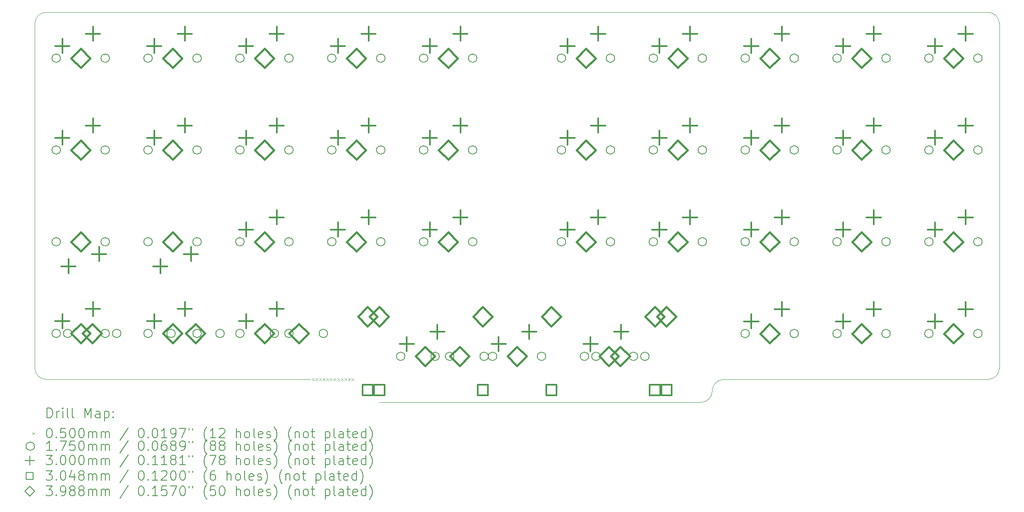
<source format=gbr>
%TF.GenerationSoftware,KiCad,Pcbnew,7.0.6*%
%TF.CreationDate,2023-10-07T13:08:50-04:00*%
%TF.ProjectId,cutiepie2040-ortho-hotswap-solder-pcb,63757469-6570-4696-9532-3034302d6f72,rev?*%
%TF.SameCoordinates,Original*%
%TF.FileFunction,Drillmap*%
%TF.FilePolarity,Positive*%
%FSLAX45Y45*%
G04 Gerber Fmt 4.5, Leading zero omitted, Abs format (unit mm)*
G04 Created by KiCad (PCBNEW 7.0.6) date 2023-10-07 13:08:50*
%MOMM*%
%LPD*%
G01*
G04 APERTURE LIST*
%ADD10C,0.100000*%
%ADD11C,0.200000*%
%ADD12C,0.050000*%
%ADD13C,0.175000*%
%ADD14C,0.300000*%
%ADD15C,0.304800*%
%ADD16C,0.398780*%
G04 APERTURE END LIST*
D10*
X18454703Y-11787197D02*
X23931583Y-11787197D01*
X24169709Y-4405316D02*
G75*
G03*
X23931583Y-4167191I-238129J-4D01*
G01*
X24169708Y-4405316D02*
X24169708Y-11549072D01*
X23931583Y-4167191D02*
X4405316Y-4167191D01*
X18454703Y-11787198D02*
G75*
G03*
X18216578Y-12025323I-3J-238122D01*
G01*
X9882212Y-11787217D02*
X4405316Y-11787197D01*
X4167191Y-4405316D02*
X4167191Y-11549072D01*
X11310966Y-12263468D02*
X17978483Y-12263468D01*
X17978453Y-12263448D02*
G75*
G03*
X18216578Y-12025323I-3J238128D01*
G01*
X23931583Y-11787198D02*
G75*
G03*
X24169708Y-11549072I-3J238128D01*
G01*
X4167193Y-11549072D02*
G75*
G03*
X4405316Y-11787197I238127J2D01*
G01*
X4405316Y-4167191D02*
G75*
G03*
X4167191Y-4405316I0J-238125D01*
G01*
D11*
D12*
X9914949Y-11762217D02*
X9964949Y-11812217D01*
X9964949Y-11762217D02*
X9914949Y-11812217D01*
X9989949Y-11762217D02*
X10039949Y-11812217D01*
X10039949Y-11762217D02*
X9989949Y-11812217D01*
X10064949Y-11762217D02*
X10114949Y-11812217D01*
X10114949Y-11762217D02*
X10064949Y-11812217D01*
X10139949Y-11762217D02*
X10189949Y-11812217D01*
X10189949Y-11762217D02*
X10139949Y-11812217D01*
X10214949Y-11762217D02*
X10264949Y-11812217D01*
X10264949Y-11762217D02*
X10214949Y-11812217D01*
X10289949Y-11762217D02*
X10339949Y-11812217D01*
X10339949Y-11762217D02*
X10289949Y-11812217D01*
X10364949Y-11762217D02*
X10414949Y-11812217D01*
X10414949Y-11762217D02*
X10364949Y-11812217D01*
X10439949Y-11762217D02*
X10489949Y-11812217D01*
X10489949Y-11762217D02*
X10439949Y-11812217D01*
X10514949Y-11762217D02*
X10564949Y-11812217D01*
X10564949Y-11762217D02*
X10514949Y-11812217D01*
X10589949Y-11762217D02*
X10639949Y-11812217D01*
X10639949Y-11762217D02*
X10589949Y-11812217D01*
X10664949Y-11762217D02*
X10714949Y-11812217D01*
X10714949Y-11762217D02*
X10664949Y-11812217D01*
X10739949Y-11762217D02*
X10789949Y-11812217D01*
X10789949Y-11762217D02*
X10739949Y-11812217D01*
D13*
X4699192Y-5119692D02*
G75*
G03*
X4699192Y-5119692I-87500J0D01*
G01*
X4699192Y-7024692D02*
G75*
G03*
X4699192Y-7024692I-87500J0D01*
G01*
X4699192Y-8929692D02*
G75*
G03*
X4699192Y-8929692I-87500J0D01*
G01*
X4699192Y-10831734D02*
G75*
G03*
X4699192Y-10831734I-87500J0D01*
G01*
X4937317Y-10831734D02*
G75*
G03*
X4937317Y-10831734I-87500J0D01*
G01*
X5715192Y-5119692D02*
G75*
G03*
X5715192Y-5119692I-87500J0D01*
G01*
X5715192Y-7024692D02*
G75*
G03*
X5715192Y-7024692I-87500J0D01*
G01*
X5715192Y-8929692D02*
G75*
G03*
X5715192Y-8929692I-87500J0D01*
G01*
X5715192Y-10831734D02*
G75*
G03*
X5715192Y-10831734I-87500J0D01*
G01*
X5953317Y-10831734D02*
G75*
G03*
X5953317Y-10831734I-87500J0D01*
G01*
X6604192Y-5119692D02*
G75*
G03*
X6604192Y-5119692I-87500J0D01*
G01*
X6604192Y-7024692D02*
G75*
G03*
X6604192Y-7024692I-87500J0D01*
G01*
X6604192Y-8929692D02*
G75*
G03*
X6604192Y-8929692I-87500J0D01*
G01*
X6604193Y-10831734D02*
G75*
G03*
X6604193Y-10831734I-87500J0D01*
G01*
X7080444Y-10831734D02*
G75*
G03*
X7080444Y-10831734I-87500J0D01*
G01*
X7620192Y-5119692D02*
G75*
G03*
X7620192Y-5119692I-87500J0D01*
G01*
X7620192Y-7024692D02*
G75*
G03*
X7620192Y-7024692I-87500J0D01*
G01*
X7620192Y-8929692D02*
G75*
G03*
X7620192Y-8929692I-87500J0D01*
G01*
X7620193Y-10831734D02*
G75*
G03*
X7620193Y-10831734I-87500J0D01*
G01*
X8096444Y-10831734D02*
G75*
G03*
X8096444Y-10831734I-87500J0D01*
G01*
X8509192Y-5119692D02*
G75*
G03*
X8509192Y-5119692I-87500J0D01*
G01*
X8509192Y-7024692D02*
G75*
G03*
X8509192Y-7024692I-87500J0D01*
G01*
X8509192Y-8929692D02*
G75*
G03*
X8509192Y-8929692I-87500J0D01*
G01*
X8509195Y-10831734D02*
G75*
G03*
X8509195Y-10831734I-87500J0D01*
G01*
X9223571Y-10831734D02*
G75*
G03*
X9223571Y-10831734I-87500J0D01*
G01*
X9525192Y-5119692D02*
G75*
G03*
X9525192Y-5119692I-87500J0D01*
G01*
X9525192Y-7024692D02*
G75*
G03*
X9525192Y-7024692I-87500J0D01*
G01*
X9525192Y-8929692D02*
G75*
G03*
X9525192Y-8929692I-87500J0D01*
G01*
X9525195Y-10831734D02*
G75*
G03*
X9525195Y-10831734I-87500J0D01*
G01*
X10239571Y-10831734D02*
G75*
G03*
X10239571Y-10831734I-87500J0D01*
G01*
X10414192Y-5119692D02*
G75*
G03*
X10414192Y-5119692I-87500J0D01*
G01*
X10414192Y-7024692D02*
G75*
G03*
X10414192Y-7024692I-87500J0D01*
G01*
X10414192Y-8929692D02*
G75*
G03*
X10414192Y-8929692I-87500J0D01*
G01*
X11430192Y-5119692D02*
G75*
G03*
X11430192Y-5119692I-87500J0D01*
G01*
X11430192Y-7024692D02*
G75*
G03*
X11430192Y-7024692I-87500J0D01*
G01*
X11430192Y-8929692D02*
G75*
G03*
X11430192Y-8929692I-87500J0D01*
G01*
X11842948Y-11307984D02*
G75*
G03*
X11842948Y-11307984I-87500J0D01*
G01*
X12319192Y-5119692D02*
G75*
G03*
X12319192Y-5119692I-87500J0D01*
G01*
X12319192Y-7024692D02*
G75*
G03*
X12319192Y-7024692I-87500J0D01*
G01*
X12319192Y-8929692D02*
G75*
G03*
X12319192Y-8929692I-87500J0D01*
G01*
X12557323Y-11307984D02*
G75*
G03*
X12557323Y-11307984I-87500J0D01*
G01*
X12858948Y-11307984D02*
G75*
G03*
X12858948Y-11307984I-87500J0D01*
G01*
X13335192Y-5119692D02*
G75*
G03*
X13335192Y-5119692I-87500J0D01*
G01*
X13335192Y-7024692D02*
G75*
G03*
X13335192Y-7024692I-87500J0D01*
G01*
X13335192Y-8929692D02*
G75*
G03*
X13335192Y-8929692I-87500J0D01*
G01*
X13573323Y-11307984D02*
G75*
G03*
X13573323Y-11307984I-87500J0D01*
G01*
X13747949Y-11307984D02*
G75*
G03*
X13747949Y-11307984I-87500J0D01*
G01*
X14763949Y-11307984D02*
G75*
G03*
X14763949Y-11307984I-87500J0D01*
G01*
X15176692Y-5119692D02*
G75*
G03*
X15176692Y-5119692I-87500J0D01*
G01*
X15176692Y-7024692D02*
G75*
G03*
X15176692Y-7024692I-87500J0D01*
G01*
X15176692Y-8929692D02*
G75*
G03*
X15176692Y-8929692I-87500J0D01*
G01*
X15652951Y-11307984D02*
G75*
G03*
X15652951Y-11307984I-87500J0D01*
G01*
X15891076Y-11307984D02*
G75*
G03*
X15891076Y-11307984I-87500J0D01*
G01*
X16192692Y-5119692D02*
G75*
G03*
X16192692Y-5119692I-87500J0D01*
G01*
X16192692Y-7024692D02*
G75*
G03*
X16192692Y-7024692I-87500J0D01*
G01*
X16192692Y-8929692D02*
G75*
G03*
X16192692Y-8929692I-87500J0D01*
G01*
X16668951Y-11307984D02*
G75*
G03*
X16668951Y-11307984I-87500J0D01*
G01*
X16907076Y-11307984D02*
G75*
G03*
X16907076Y-11307984I-87500J0D01*
G01*
X17081692Y-5119692D02*
G75*
G03*
X17081692Y-5119692I-87500J0D01*
G01*
X17081692Y-7024692D02*
G75*
G03*
X17081692Y-7024692I-87500J0D01*
G01*
X17081692Y-8929692D02*
G75*
G03*
X17081692Y-8929692I-87500J0D01*
G01*
X18097692Y-5119692D02*
G75*
G03*
X18097692Y-5119692I-87500J0D01*
G01*
X18097692Y-7024692D02*
G75*
G03*
X18097692Y-7024692I-87500J0D01*
G01*
X18097692Y-8929692D02*
G75*
G03*
X18097692Y-8929692I-87500J0D01*
G01*
X18986692Y-5119692D02*
G75*
G03*
X18986692Y-5119692I-87500J0D01*
G01*
X18986692Y-7024692D02*
G75*
G03*
X18986692Y-7024692I-87500J0D01*
G01*
X18986692Y-8929692D02*
G75*
G03*
X18986692Y-8929692I-87500J0D01*
G01*
X18986692Y-10834692D02*
G75*
G03*
X18986692Y-10834692I-87500J0D01*
G01*
X20002692Y-5119692D02*
G75*
G03*
X20002692Y-5119692I-87500J0D01*
G01*
X20002692Y-7024692D02*
G75*
G03*
X20002692Y-7024692I-87500J0D01*
G01*
X20002692Y-8929692D02*
G75*
G03*
X20002692Y-8929692I-87500J0D01*
G01*
X20002692Y-10834692D02*
G75*
G03*
X20002692Y-10834692I-87500J0D01*
G01*
X20891692Y-5119692D02*
G75*
G03*
X20891692Y-5119692I-87500J0D01*
G01*
X20891692Y-7024692D02*
G75*
G03*
X20891692Y-7024692I-87500J0D01*
G01*
X20891692Y-8929692D02*
G75*
G03*
X20891692Y-8929692I-87500J0D01*
G01*
X20891692Y-10834692D02*
G75*
G03*
X20891692Y-10834692I-87500J0D01*
G01*
X21907692Y-5119692D02*
G75*
G03*
X21907692Y-5119692I-87500J0D01*
G01*
X21907692Y-7024692D02*
G75*
G03*
X21907692Y-7024692I-87500J0D01*
G01*
X21907692Y-8929692D02*
G75*
G03*
X21907692Y-8929692I-87500J0D01*
G01*
X21907692Y-10834692D02*
G75*
G03*
X21907692Y-10834692I-87500J0D01*
G01*
X22796692Y-5119692D02*
G75*
G03*
X22796692Y-5119692I-87500J0D01*
G01*
X22796692Y-7024692D02*
G75*
G03*
X22796692Y-7024692I-87500J0D01*
G01*
X22796692Y-8929692D02*
G75*
G03*
X22796692Y-8929692I-87500J0D01*
G01*
X22796692Y-10834692D02*
G75*
G03*
X22796692Y-10834692I-87500J0D01*
G01*
X23812692Y-5119692D02*
G75*
G03*
X23812692Y-5119692I-87500J0D01*
G01*
X23812692Y-7024692D02*
G75*
G03*
X23812692Y-7024692I-87500J0D01*
G01*
X23812692Y-8929692D02*
G75*
G03*
X23812692Y-8929692I-87500J0D01*
G01*
X23812692Y-10834692D02*
G75*
G03*
X23812692Y-10834692I-87500J0D01*
G01*
D14*
X4738692Y-4715692D02*
X4738692Y-5015692D01*
X4588692Y-4865692D02*
X4888692Y-4865692D01*
X4738692Y-6620692D02*
X4738692Y-6920692D01*
X4588692Y-6770692D02*
X4888692Y-6770692D01*
X4738692Y-10427734D02*
X4738692Y-10727734D01*
X4588692Y-10577734D02*
X4888692Y-10577734D01*
X4865692Y-9287692D02*
X4865692Y-9587692D01*
X4715692Y-9437692D02*
X5015692Y-9437692D01*
X5373692Y-4461692D02*
X5373692Y-4761692D01*
X5223692Y-4611692D02*
X5523692Y-4611692D01*
X5373692Y-6366692D02*
X5373692Y-6666692D01*
X5223692Y-6516692D02*
X5523692Y-6516692D01*
X5373692Y-10173734D02*
X5373692Y-10473734D01*
X5223692Y-10323734D02*
X5523692Y-10323734D01*
X5500692Y-9033692D02*
X5500692Y-9333692D01*
X5350692Y-9183692D02*
X5650692Y-9183692D01*
X6643692Y-4715692D02*
X6643692Y-5015692D01*
X6493692Y-4865692D02*
X6793692Y-4865692D01*
X6643692Y-6620692D02*
X6643692Y-6920692D01*
X6493692Y-6770692D02*
X6793692Y-6770692D01*
X6643693Y-10427734D02*
X6643693Y-10727734D01*
X6493693Y-10577734D02*
X6793693Y-10577734D01*
X6770692Y-9287692D02*
X6770692Y-9587692D01*
X6620692Y-9437692D02*
X6920692Y-9437692D01*
X7278692Y-4461692D02*
X7278692Y-4761692D01*
X7128692Y-4611692D02*
X7428692Y-4611692D01*
X7278692Y-6366692D02*
X7278692Y-6666692D01*
X7128692Y-6516692D02*
X7428692Y-6516692D01*
X7278693Y-10173734D02*
X7278693Y-10473734D01*
X7128693Y-10323734D02*
X7428693Y-10323734D01*
X7405692Y-9033692D02*
X7405692Y-9333692D01*
X7255692Y-9183692D02*
X7555692Y-9183692D01*
X8548692Y-4715692D02*
X8548692Y-5015692D01*
X8398692Y-4865692D02*
X8698692Y-4865692D01*
X8548692Y-6620692D02*
X8548692Y-6920692D01*
X8398692Y-6770692D02*
X8698692Y-6770692D01*
X8548692Y-8525692D02*
X8548692Y-8825692D01*
X8398692Y-8675692D02*
X8698692Y-8675692D01*
X8548695Y-10427734D02*
X8548695Y-10727734D01*
X8398695Y-10577734D02*
X8698695Y-10577734D01*
X9183692Y-4461692D02*
X9183692Y-4761692D01*
X9033692Y-4611692D02*
X9333692Y-4611692D01*
X9183692Y-6366692D02*
X9183692Y-6666692D01*
X9033692Y-6516692D02*
X9333692Y-6516692D01*
X9183692Y-8271692D02*
X9183692Y-8571692D01*
X9033692Y-8421692D02*
X9333692Y-8421692D01*
X9183695Y-10173734D02*
X9183695Y-10473734D01*
X9033695Y-10323734D02*
X9333695Y-10323734D01*
X10453692Y-4715692D02*
X10453692Y-5015692D01*
X10303692Y-4865692D02*
X10603692Y-4865692D01*
X10453692Y-6620692D02*
X10453692Y-6920692D01*
X10303692Y-6770692D02*
X10603692Y-6770692D01*
X10453692Y-8525692D02*
X10453692Y-8825692D01*
X10303692Y-8675692D02*
X10603692Y-8675692D01*
X11088692Y-4461692D02*
X11088692Y-4761692D01*
X10938692Y-4611692D02*
X11238692Y-4611692D01*
X11088692Y-6366692D02*
X11088692Y-6666692D01*
X10938692Y-6516692D02*
X11238692Y-6516692D01*
X11088692Y-8271692D02*
X11088692Y-8571692D01*
X10938692Y-8421692D02*
X11238692Y-8421692D01*
X11882448Y-10903984D02*
X11882448Y-11203984D01*
X11732448Y-11053984D02*
X12032448Y-11053984D01*
X12358692Y-4715692D02*
X12358692Y-5015692D01*
X12208692Y-4865692D02*
X12508692Y-4865692D01*
X12358692Y-6620692D02*
X12358692Y-6920692D01*
X12208692Y-6770692D02*
X12508692Y-6770692D01*
X12358692Y-8525692D02*
X12358692Y-8825692D01*
X12208692Y-8675692D02*
X12508692Y-8675692D01*
X12517448Y-10649984D02*
X12517448Y-10949984D01*
X12367448Y-10799984D02*
X12667448Y-10799984D01*
X12993692Y-4461692D02*
X12993692Y-4761692D01*
X12843692Y-4611692D02*
X13143692Y-4611692D01*
X12993692Y-6366692D02*
X12993692Y-6666692D01*
X12843692Y-6516692D02*
X13143692Y-6516692D01*
X12993692Y-8271692D02*
X12993692Y-8571692D01*
X12843692Y-8421692D02*
X13143692Y-8421692D01*
X13787449Y-10903984D02*
X13787449Y-11203984D01*
X13637449Y-11053984D02*
X13937449Y-11053984D01*
X14422449Y-10649984D02*
X14422449Y-10949984D01*
X14272449Y-10799984D02*
X14572449Y-10799984D01*
X15216192Y-4715692D02*
X15216192Y-5015692D01*
X15066192Y-4865692D02*
X15366192Y-4865692D01*
X15216192Y-6620692D02*
X15216192Y-6920692D01*
X15066192Y-6770692D02*
X15366192Y-6770692D01*
X15216192Y-8525692D02*
X15216192Y-8825692D01*
X15066192Y-8675692D02*
X15366192Y-8675692D01*
X15692451Y-10903984D02*
X15692451Y-11203984D01*
X15542451Y-11053984D02*
X15842451Y-11053984D01*
X15851192Y-4461692D02*
X15851192Y-4761692D01*
X15701192Y-4611692D02*
X16001192Y-4611692D01*
X15851192Y-6366692D02*
X15851192Y-6666692D01*
X15701192Y-6516692D02*
X16001192Y-6516692D01*
X15851192Y-8271692D02*
X15851192Y-8571692D01*
X15701192Y-8421692D02*
X16001192Y-8421692D01*
X16327451Y-10649984D02*
X16327451Y-10949984D01*
X16177451Y-10799984D02*
X16477451Y-10799984D01*
X17121192Y-4715692D02*
X17121192Y-5015692D01*
X16971192Y-4865692D02*
X17271192Y-4865692D01*
X17121192Y-6620692D02*
X17121192Y-6920692D01*
X16971192Y-6770692D02*
X17271192Y-6770692D01*
X17121192Y-8525692D02*
X17121192Y-8825692D01*
X16971192Y-8675692D02*
X17271192Y-8675692D01*
X17756192Y-4461692D02*
X17756192Y-4761692D01*
X17606192Y-4611692D02*
X17906192Y-4611692D01*
X17756192Y-6366692D02*
X17756192Y-6666692D01*
X17606192Y-6516692D02*
X17906192Y-6516692D01*
X17756192Y-8271692D02*
X17756192Y-8571692D01*
X17606192Y-8421692D02*
X17906192Y-8421692D01*
X19026192Y-4715692D02*
X19026192Y-5015692D01*
X18876192Y-4865692D02*
X19176192Y-4865692D01*
X19026192Y-6620692D02*
X19026192Y-6920692D01*
X18876192Y-6770692D02*
X19176192Y-6770692D01*
X19026192Y-8525692D02*
X19026192Y-8825692D01*
X18876192Y-8675692D02*
X19176192Y-8675692D01*
X19026192Y-10430692D02*
X19026192Y-10730692D01*
X18876192Y-10580692D02*
X19176192Y-10580692D01*
X19661192Y-4461692D02*
X19661192Y-4761692D01*
X19511192Y-4611692D02*
X19811192Y-4611692D01*
X19661192Y-6366692D02*
X19661192Y-6666692D01*
X19511192Y-6516692D02*
X19811192Y-6516692D01*
X19661192Y-8271692D02*
X19661192Y-8571692D01*
X19511192Y-8421692D02*
X19811192Y-8421692D01*
X19661192Y-10176692D02*
X19661192Y-10476692D01*
X19511192Y-10326692D02*
X19811192Y-10326692D01*
X20931192Y-4715692D02*
X20931192Y-5015692D01*
X20781192Y-4865692D02*
X21081192Y-4865692D01*
X20931192Y-6620692D02*
X20931192Y-6920692D01*
X20781192Y-6770692D02*
X21081192Y-6770692D01*
X20931192Y-8525692D02*
X20931192Y-8825692D01*
X20781192Y-8675692D02*
X21081192Y-8675692D01*
X20931192Y-10430692D02*
X20931192Y-10730692D01*
X20781192Y-10580692D02*
X21081192Y-10580692D01*
X21566192Y-4461692D02*
X21566192Y-4761692D01*
X21416192Y-4611692D02*
X21716192Y-4611692D01*
X21566192Y-6366692D02*
X21566192Y-6666692D01*
X21416192Y-6516692D02*
X21716192Y-6516692D01*
X21566192Y-8271692D02*
X21566192Y-8571692D01*
X21416192Y-8421692D02*
X21716192Y-8421692D01*
X21566192Y-10176692D02*
X21566192Y-10476692D01*
X21416192Y-10326692D02*
X21716192Y-10326692D01*
X22836192Y-4715692D02*
X22836192Y-5015692D01*
X22686192Y-4865692D02*
X22986192Y-4865692D01*
X22836192Y-6620692D02*
X22836192Y-6920692D01*
X22686192Y-6770692D02*
X22986192Y-6770692D01*
X22836192Y-8525692D02*
X22836192Y-8825692D01*
X22686192Y-8675692D02*
X22986192Y-8675692D01*
X22836192Y-10430692D02*
X22836192Y-10730692D01*
X22686192Y-10580692D02*
X22986192Y-10580692D01*
X23471192Y-4461692D02*
X23471192Y-4761692D01*
X23321192Y-4611692D02*
X23621192Y-4611692D01*
X23471192Y-6366692D02*
X23471192Y-6666692D01*
X23321192Y-6516692D02*
X23621192Y-6516692D01*
X23471192Y-8271692D02*
X23471192Y-8571692D01*
X23321192Y-8421692D02*
X23621192Y-8421692D01*
X23471192Y-10176692D02*
X23471192Y-10476692D01*
X23321192Y-10326692D02*
X23621192Y-10326692D01*
D15*
X11177412Y-12114248D02*
X11177412Y-11898720D01*
X10961884Y-11898720D01*
X10961884Y-12114248D01*
X11177412Y-12114248D01*
X11418713Y-12114248D02*
X11418713Y-11898720D01*
X11203185Y-11898720D01*
X11203185Y-12114248D01*
X11418713Y-12114248D01*
X13565012Y-12114248D02*
X13565012Y-11898720D01*
X13349484Y-11898720D01*
X13349484Y-12114248D01*
X13565012Y-12114248D01*
X14987415Y-12114248D02*
X14987415Y-11898720D01*
X14771887Y-11898720D01*
X14771887Y-12114248D01*
X14987415Y-12114248D01*
X17133714Y-12114248D02*
X17133714Y-11898720D01*
X16918185Y-11898720D01*
X16918185Y-12114248D01*
X17133714Y-12114248D01*
X17375015Y-12114248D02*
X17375015Y-11898720D01*
X17159487Y-11898720D01*
X17159487Y-12114248D01*
X17375015Y-12114248D01*
D16*
X5119692Y-5319082D02*
X5319082Y-5119692D01*
X5119692Y-4920302D01*
X4920302Y-5119692D01*
X5119692Y-5319082D01*
X5119692Y-7224082D02*
X5319082Y-7024692D01*
X5119692Y-6825302D01*
X4920302Y-7024692D01*
X5119692Y-7224082D01*
X5119692Y-9129082D02*
X5319082Y-8929692D01*
X5119692Y-8730302D01*
X4920302Y-8929692D01*
X5119692Y-9129082D01*
X5119692Y-11031124D02*
X5319082Y-10831734D01*
X5119692Y-10632344D01*
X4920302Y-10831734D01*
X5119692Y-11031124D01*
X5357817Y-11031124D02*
X5557207Y-10831734D01*
X5357817Y-10632344D01*
X5158427Y-10831734D01*
X5357817Y-11031124D01*
X7024692Y-5319082D02*
X7224082Y-5119692D01*
X7024692Y-4920302D01*
X6825302Y-5119692D01*
X7024692Y-5319082D01*
X7024692Y-7224082D02*
X7224082Y-7024692D01*
X7024692Y-6825302D01*
X6825302Y-7024692D01*
X7024692Y-7224082D01*
X7024692Y-9129082D02*
X7224082Y-8929692D01*
X7024692Y-8730302D01*
X6825302Y-8929692D01*
X7024692Y-9129082D01*
X7024693Y-11031124D02*
X7224083Y-10831734D01*
X7024693Y-10632344D01*
X6825303Y-10831734D01*
X7024693Y-11031124D01*
X7500944Y-11031124D02*
X7700334Y-10831734D01*
X7500944Y-10632344D01*
X7301554Y-10831734D01*
X7500944Y-11031124D01*
X8929692Y-5319082D02*
X9129082Y-5119692D01*
X8929692Y-4920302D01*
X8730302Y-5119692D01*
X8929692Y-5319082D01*
X8929692Y-7224082D02*
X9129082Y-7024692D01*
X8929692Y-6825302D01*
X8730302Y-7024692D01*
X8929692Y-7224082D01*
X8929692Y-9129082D02*
X9129082Y-8929692D01*
X8929692Y-8730302D01*
X8730302Y-8929692D01*
X8929692Y-9129082D01*
X8929695Y-11031124D02*
X9129085Y-10831734D01*
X8929695Y-10632344D01*
X8730305Y-10831734D01*
X8929695Y-11031124D01*
X9644071Y-11031124D02*
X9843461Y-10831734D01*
X9644071Y-10632344D01*
X9444681Y-10831734D01*
X9644071Y-11031124D01*
X10834692Y-5319082D02*
X11034082Y-5119692D01*
X10834692Y-4920302D01*
X10635302Y-5119692D01*
X10834692Y-5319082D01*
X10834692Y-7224082D02*
X11034082Y-7024692D01*
X10834692Y-6825302D01*
X10635302Y-7024692D01*
X10834692Y-7224082D01*
X10834692Y-9129082D02*
X11034082Y-8929692D01*
X10834692Y-8730302D01*
X10635302Y-8929692D01*
X10834692Y-9129082D01*
X11069648Y-10681874D02*
X11269038Y-10482484D01*
X11069648Y-10283094D01*
X10870258Y-10482484D01*
X11069648Y-10681874D01*
X11310949Y-10681874D02*
X11510339Y-10482484D01*
X11310949Y-10283094D01*
X11111559Y-10482484D01*
X11310949Y-10681874D01*
X12263448Y-11507374D02*
X12462838Y-11307984D01*
X12263448Y-11108594D01*
X12064058Y-11307984D01*
X12263448Y-11507374D01*
X12739692Y-5319082D02*
X12939082Y-5119692D01*
X12739692Y-4920302D01*
X12540302Y-5119692D01*
X12739692Y-5319082D01*
X12739692Y-7224082D02*
X12939082Y-7024692D01*
X12739692Y-6825302D01*
X12540302Y-7024692D01*
X12739692Y-7224082D01*
X12739692Y-9129082D02*
X12939082Y-8929692D01*
X12739692Y-8730302D01*
X12540302Y-8929692D01*
X12739692Y-9129082D01*
X12977823Y-11507374D02*
X13177213Y-11307984D01*
X12977823Y-11108594D01*
X12778433Y-11307984D01*
X12977823Y-11507374D01*
X13457248Y-10681874D02*
X13656638Y-10482484D01*
X13457248Y-10283094D01*
X13257858Y-10482484D01*
X13457248Y-10681874D01*
X14168449Y-11507374D02*
X14367839Y-11307984D01*
X14168449Y-11108594D01*
X13969059Y-11307984D01*
X14168449Y-11507374D01*
X14879651Y-10681874D02*
X15079041Y-10482484D01*
X14879651Y-10283094D01*
X14680261Y-10482484D01*
X14879651Y-10681874D01*
X15597192Y-5319082D02*
X15796582Y-5119692D01*
X15597192Y-4920302D01*
X15397802Y-5119692D01*
X15597192Y-5319082D01*
X15597192Y-7224082D02*
X15796582Y-7024692D01*
X15597192Y-6825302D01*
X15397802Y-7024692D01*
X15597192Y-7224082D01*
X15597192Y-9129082D02*
X15796582Y-8929692D01*
X15597192Y-8730302D01*
X15397802Y-8929692D01*
X15597192Y-9129082D01*
X16073451Y-11507374D02*
X16272841Y-11307984D01*
X16073451Y-11108594D01*
X15874061Y-11307984D01*
X16073451Y-11507374D01*
X16311576Y-11507374D02*
X16510966Y-11307984D01*
X16311576Y-11108594D01*
X16112186Y-11307984D01*
X16311576Y-11507374D01*
X17025949Y-10681874D02*
X17225339Y-10482484D01*
X17025949Y-10283094D01*
X16826559Y-10482484D01*
X17025949Y-10681874D01*
X17267251Y-10681874D02*
X17466641Y-10482484D01*
X17267251Y-10283094D01*
X17067861Y-10482484D01*
X17267251Y-10681874D01*
X17502192Y-5319082D02*
X17701582Y-5119692D01*
X17502192Y-4920302D01*
X17302802Y-5119692D01*
X17502192Y-5319082D01*
X17502192Y-7224082D02*
X17701582Y-7024692D01*
X17502192Y-6825302D01*
X17302802Y-7024692D01*
X17502192Y-7224082D01*
X17502192Y-9129082D02*
X17701582Y-8929692D01*
X17502192Y-8730302D01*
X17302802Y-8929692D01*
X17502192Y-9129082D01*
X19407192Y-5319082D02*
X19606582Y-5119692D01*
X19407192Y-4920302D01*
X19207802Y-5119692D01*
X19407192Y-5319082D01*
X19407192Y-7224082D02*
X19606582Y-7024692D01*
X19407192Y-6825302D01*
X19207802Y-7024692D01*
X19407192Y-7224082D01*
X19407192Y-9129082D02*
X19606582Y-8929692D01*
X19407192Y-8730302D01*
X19207802Y-8929692D01*
X19407192Y-9129082D01*
X19407192Y-11034082D02*
X19606582Y-10834692D01*
X19407192Y-10635302D01*
X19207802Y-10834692D01*
X19407192Y-11034082D01*
X21312192Y-5319082D02*
X21511582Y-5119692D01*
X21312192Y-4920302D01*
X21112802Y-5119692D01*
X21312192Y-5319082D01*
X21312192Y-7224082D02*
X21511582Y-7024692D01*
X21312192Y-6825302D01*
X21112802Y-7024692D01*
X21312192Y-7224082D01*
X21312192Y-9129082D02*
X21511582Y-8929692D01*
X21312192Y-8730302D01*
X21112802Y-8929692D01*
X21312192Y-9129082D01*
X21312192Y-11034082D02*
X21511582Y-10834692D01*
X21312192Y-10635302D01*
X21112802Y-10834692D01*
X21312192Y-11034082D01*
X23217192Y-5319082D02*
X23416582Y-5119692D01*
X23217192Y-4920302D01*
X23017802Y-5119692D01*
X23217192Y-5319082D01*
X23217192Y-7224082D02*
X23416582Y-7024692D01*
X23217192Y-6825302D01*
X23017802Y-7024692D01*
X23217192Y-7224082D01*
X23217192Y-9129082D02*
X23416582Y-8929692D01*
X23217192Y-8730302D01*
X23017802Y-8929692D01*
X23217192Y-9129082D01*
X23217192Y-11034082D02*
X23416582Y-10834692D01*
X23217192Y-10635302D01*
X23017802Y-10834692D01*
X23217192Y-11034082D01*
D11*
X4422968Y-12579952D02*
X4422968Y-12379952D01*
X4422968Y-12379952D02*
X4470587Y-12379952D01*
X4470587Y-12379952D02*
X4499158Y-12389476D01*
X4499158Y-12389476D02*
X4518206Y-12408524D01*
X4518206Y-12408524D02*
X4527730Y-12427571D01*
X4527730Y-12427571D02*
X4537254Y-12465666D01*
X4537254Y-12465666D02*
X4537254Y-12494238D01*
X4537254Y-12494238D02*
X4527730Y-12532333D01*
X4527730Y-12532333D02*
X4518206Y-12551381D01*
X4518206Y-12551381D02*
X4499158Y-12570428D01*
X4499158Y-12570428D02*
X4470587Y-12579952D01*
X4470587Y-12579952D02*
X4422968Y-12579952D01*
X4622968Y-12579952D02*
X4622968Y-12446619D01*
X4622968Y-12484714D02*
X4632492Y-12465666D01*
X4632492Y-12465666D02*
X4642015Y-12456143D01*
X4642015Y-12456143D02*
X4661063Y-12446619D01*
X4661063Y-12446619D02*
X4680111Y-12446619D01*
X4746777Y-12579952D02*
X4746777Y-12446619D01*
X4746777Y-12379952D02*
X4737254Y-12389476D01*
X4737254Y-12389476D02*
X4746777Y-12399000D01*
X4746777Y-12399000D02*
X4756301Y-12389476D01*
X4756301Y-12389476D02*
X4746777Y-12379952D01*
X4746777Y-12379952D02*
X4746777Y-12399000D01*
X4870587Y-12579952D02*
X4851539Y-12570428D01*
X4851539Y-12570428D02*
X4842015Y-12551381D01*
X4842015Y-12551381D02*
X4842015Y-12379952D01*
X4975349Y-12579952D02*
X4956301Y-12570428D01*
X4956301Y-12570428D02*
X4946777Y-12551381D01*
X4946777Y-12551381D02*
X4946777Y-12379952D01*
X5203920Y-12579952D02*
X5203920Y-12379952D01*
X5203920Y-12379952D02*
X5270587Y-12522809D01*
X5270587Y-12522809D02*
X5337254Y-12379952D01*
X5337254Y-12379952D02*
X5337254Y-12579952D01*
X5518206Y-12579952D02*
X5518206Y-12475190D01*
X5518206Y-12475190D02*
X5508682Y-12456143D01*
X5508682Y-12456143D02*
X5489635Y-12446619D01*
X5489635Y-12446619D02*
X5451539Y-12446619D01*
X5451539Y-12446619D02*
X5432492Y-12456143D01*
X5518206Y-12570428D02*
X5499158Y-12579952D01*
X5499158Y-12579952D02*
X5451539Y-12579952D01*
X5451539Y-12579952D02*
X5432492Y-12570428D01*
X5432492Y-12570428D02*
X5422968Y-12551381D01*
X5422968Y-12551381D02*
X5422968Y-12532333D01*
X5422968Y-12532333D02*
X5432492Y-12513285D01*
X5432492Y-12513285D02*
X5451539Y-12503762D01*
X5451539Y-12503762D02*
X5499158Y-12503762D01*
X5499158Y-12503762D02*
X5518206Y-12494238D01*
X5613444Y-12446619D02*
X5613444Y-12646619D01*
X5613444Y-12456143D02*
X5632492Y-12446619D01*
X5632492Y-12446619D02*
X5670587Y-12446619D01*
X5670587Y-12446619D02*
X5689634Y-12456143D01*
X5689634Y-12456143D02*
X5699158Y-12465666D01*
X5699158Y-12465666D02*
X5708682Y-12484714D01*
X5708682Y-12484714D02*
X5708682Y-12541857D01*
X5708682Y-12541857D02*
X5699158Y-12560904D01*
X5699158Y-12560904D02*
X5689634Y-12570428D01*
X5689634Y-12570428D02*
X5670587Y-12579952D01*
X5670587Y-12579952D02*
X5632492Y-12579952D01*
X5632492Y-12579952D02*
X5613444Y-12570428D01*
X5794396Y-12560904D02*
X5803920Y-12570428D01*
X5803920Y-12570428D02*
X5794396Y-12579952D01*
X5794396Y-12579952D02*
X5784873Y-12570428D01*
X5784873Y-12570428D02*
X5794396Y-12560904D01*
X5794396Y-12560904D02*
X5794396Y-12579952D01*
X5794396Y-12456143D02*
X5803920Y-12465666D01*
X5803920Y-12465666D02*
X5794396Y-12475190D01*
X5794396Y-12475190D02*
X5784873Y-12465666D01*
X5784873Y-12465666D02*
X5794396Y-12456143D01*
X5794396Y-12456143D02*
X5794396Y-12475190D01*
D12*
X4112191Y-12883468D02*
X4162191Y-12933468D01*
X4162191Y-12883468D02*
X4112191Y-12933468D01*
D11*
X4461063Y-12799952D02*
X4480111Y-12799952D01*
X4480111Y-12799952D02*
X4499158Y-12809476D01*
X4499158Y-12809476D02*
X4508682Y-12819000D01*
X4508682Y-12819000D02*
X4518206Y-12838047D01*
X4518206Y-12838047D02*
X4527730Y-12876143D01*
X4527730Y-12876143D02*
X4527730Y-12923762D01*
X4527730Y-12923762D02*
X4518206Y-12961857D01*
X4518206Y-12961857D02*
X4508682Y-12980904D01*
X4508682Y-12980904D02*
X4499158Y-12990428D01*
X4499158Y-12990428D02*
X4480111Y-12999952D01*
X4480111Y-12999952D02*
X4461063Y-12999952D01*
X4461063Y-12999952D02*
X4442015Y-12990428D01*
X4442015Y-12990428D02*
X4432492Y-12980904D01*
X4432492Y-12980904D02*
X4422968Y-12961857D01*
X4422968Y-12961857D02*
X4413444Y-12923762D01*
X4413444Y-12923762D02*
X4413444Y-12876143D01*
X4413444Y-12876143D02*
X4422968Y-12838047D01*
X4422968Y-12838047D02*
X4432492Y-12819000D01*
X4432492Y-12819000D02*
X4442015Y-12809476D01*
X4442015Y-12809476D02*
X4461063Y-12799952D01*
X4613444Y-12980904D02*
X4622968Y-12990428D01*
X4622968Y-12990428D02*
X4613444Y-12999952D01*
X4613444Y-12999952D02*
X4603920Y-12990428D01*
X4603920Y-12990428D02*
X4613444Y-12980904D01*
X4613444Y-12980904D02*
X4613444Y-12999952D01*
X4803920Y-12799952D02*
X4708682Y-12799952D01*
X4708682Y-12799952D02*
X4699158Y-12895190D01*
X4699158Y-12895190D02*
X4708682Y-12885666D01*
X4708682Y-12885666D02*
X4727730Y-12876143D01*
X4727730Y-12876143D02*
X4775349Y-12876143D01*
X4775349Y-12876143D02*
X4794396Y-12885666D01*
X4794396Y-12885666D02*
X4803920Y-12895190D01*
X4803920Y-12895190D02*
X4813444Y-12914238D01*
X4813444Y-12914238D02*
X4813444Y-12961857D01*
X4813444Y-12961857D02*
X4803920Y-12980904D01*
X4803920Y-12980904D02*
X4794396Y-12990428D01*
X4794396Y-12990428D02*
X4775349Y-12999952D01*
X4775349Y-12999952D02*
X4727730Y-12999952D01*
X4727730Y-12999952D02*
X4708682Y-12990428D01*
X4708682Y-12990428D02*
X4699158Y-12980904D01*
X4937254Y-12799952D02*
X4956301Y-12799952D01*
X4956301Y-12799952D02*
X4975349Y-12809476D01*
X4975349Y-12809476D02*
X4984873Y-12819000D01*
X4984873Y-12819000D02*
X4994396Y-12838047D01*
X4994396Y-12838047D02*
X5003920Y-12876143D01*
X5003920Y-12876143D02*
X5003920Y-12923762D01*
X5003920Y-12923762D02*
X4994396Y-12961857D01*
X4994396Y-12961857D02*
X4984873Y-12980904D01*
X4984873Y-12980904D02*
X4975349Y-12990428D01*
X4975349Y-12990428D02*
X4956301Y-12999952D01*
X4956301Y-12999952D02*
X4937254Y-12999952D01*
X4937254Y-12999952D02*
X4918206Y-12990428D01*
X4918206Y-12990428D02*
X4908682Y-12980904D01*
X4908682Y-12980904D02*
X4899158Y-12961857D01*
X4899158Y-12961857D02*
X4889635Y-12923762D01*
X4889635Y-12923762D02*
X4889635Y-12876143D01*
X4889635Y-12876143D02*
X4899158Y-12838047D01*
X4899158Y-12838047D02*
X4908682Y-12819000D01*
X4908682Y-12819000D02*
X4918206Y-12809476D01*
X4918206Y-12809476D02*
X4937254Y-12799952D01*
X5127730Y-12799952D02*
X5146777Y-12799952D01*
X5146777Y-12799952D02*
X5165825Y-12809476D01*
X5165825Y-12809476D02*
X5175349Y-12819000D01*
X5175349Y-12819000D02*
X5184873Y-12838047D01*
X5184873Y-12838047D02*
X5194396Y-12876143D01*
X5194396Y-12876143D02*
X5194396Y-12923762D01*
X5194396Y-12923762D02*
X5184873Y-12961857D01*
X5184873Y-12961857D02*
X5175349Y-12980904D01*
X5175349Y-12980904D02*
X5165825Y-12990428D01*
X5165825Y-12990428D02*
X5146777Y-12999952D01*
X5146777Y-12999952D02*
X5127730Y-12999952D01*
X5127730Y-12999952D02*
X5108682Y-12990428D01*
X5108682Y-12990428D02*
X5099158Y-12980904D01*
X5099158Y-12980904D02*
X5089635Y-12961857D01*
X5089635Y-12961857D02*
X5080111Y-12923762D01*
X5080111Y-12923762D02*
X5080111Y-12876143D01*
X5080111Y-12876143D02*
X5089635Y-12838047D01*
X5089635Y-12838047D02*
X5099158Y-12819000D01*
X5099158Y-12819000D02*
X5108682Y-12809476D01*
X5108682Y-12809476D02*
X5127730Y-12799952D01*
X5280111Y-12999952D02*
X5280111Y-12866619D01*
X5280111Y-12885666D02*
X5289635Y-12876143D01*
X5289635Y-12876143D02*
X5308682Y-12866619D01*
X5308682Y-12866619D02*
X5337254Y-12866619D01*
X5337254Y-12866619D02*
X5356301Y-12876143D01*
X5356301Y-12876143D02*
X5365825Y-12895190D01*
X5365825Y-12895190D02*
X5365825Y-12999952D01*
X5365825Y-12895190D02*
X5375349Y-12876143D01*
X5375349Y-12876143D02*
X5394396Y-12866619D01*
X5394396Y-12866619D02*
X5422968Y-12866619D01*
X5422968Y-12866619D02*
X5442016Y-12876143D01*
X5442016Y-12876143D02*
X5451539Y-12895190D01*
X5451539Y-12895190D02*
X5451539Y-12999952D01*
X5546777Y-12999952D02*
X5546777Y-12866619D01*
X5546777Y-12885666D02*
X5556301Y-12876143D01*
X5556301Y-12876143D02*
X5575349Y-12866619D01*
X5575349Y-12866619D02*
X5603920Y-12866619D01*
X5603920Y-12866619D02*
X5622968Y-12876143D01*
X5622968Y-12876143D02*
X5632492Y-12895190D01*
X5632492Y-12895190D02*
X5632492Y-12999952D01*
X5632492Y-12895190D02*
X5642015Y-12876143D01*
X5642015Y-12876143D02*
X5661063Y-12866619D01*
X5661063Y-12866619D02*
X5689634Y-12866619D01*
X5689634Y-12866619D02*
X5708682Y-12876143D01*
X5708682Y-12876143D02*
X5718206Y-12895190D01*
X5718206Y-12895190D02*
X5718206Y-12999952D01*
X6108682Y-12790428D02*
X5937254Y-13047571D01*
X6365825Y-12799952D02*
X6384873Y-12799952D01*
X6384873Y-12799952D02*
X6403920Y-12809476D01*
X6403920Y-12809476D02*
X6413444Y-12819000D01*
X6413444Y-12819000D02*
X6422968Y-12838047D01*
X6422968Y-12838047D02*
X6432492Y-12876143D01*
X6432492Y-12876143D02*
X6432492Y-12923762D01*
X6432492Y-12923762D02*
X6422968Y-12961857D01*
X6422968Y-12961857D02*
X6413444Y-12980904D01*
X6413444Y-12980904D02*
X6403920Y-12990428D01*
X6403920Y-12990428D02*
X6384873Y-12999952D01*
X6384873Y-12999952D02*
X6365825Y-12999952D01*
X6365825Y-12999952D02*
X6346777Y-12990428D01*
X6346777Y-12990428D02*
X6337254Y-12980904D01*
X6337254Y-12980904D02*
X6327730Y-12961857D01*
X6327730Y-12961857D02*
X6318206Y-12923762D01*
X6318206Y-12923762D02*
X6318206Y-12876143D01*
X6318206Y-12876143D02*
X6327730Y-12838047D01*
X6327730Y-12838047D02*
X6337254Y-12819000D01*
X6337254Y-12819000D02*
X6346777Y-12809476D01*
X6346777Y-12809476D02*
X6365825Y-12799952D01*
X6518206Y-12980904D02*
X6527730Y-12990428D01*
X6527730Y-12990428D02*
X6518206Y-12999952D01*
X6518206Y-12999952D02*
X6508682Y-12990428D01*
X6508682Y-12990428D02*
X6518206Y-12980904D01*
X6518206Y-12980904D02*
X6518206Y-12999952D01*
X6651539Y-12799952D02*
X6670587Y-12799952D01*
X6670587Y-12799952D02*
X6689635Y-12809476D01*
X6689635Y-12809476D02*
X6699158Y-12819000D01*
X6699158Y-12819000D02*
X6708682Y-12838047D01*
X6708682Y-12838047D02*
X6718206Y-12876143D01*
X6718206Y-12876143D02*
X6718206Y-12923762D01*
X6718206Y-12923762D02*
X6708682Y-12961857D01*
X6708682Y-12961857D02*
X6699158Y-12980904D01*
X6699158Y-12980904D02*
X6689635Y-12990428D01*
X6689635Y-12990428D02*
X6670587Y-12999952D01*
X6670587Y-12999952D02*
X6651539Y-12999952D01*
X6651539Y-12999952D02*
X6632492Y-12990428D01*
X6632492Y-12990428D02*
X6622968Y-12980904D01*
X6622968Y-12980904D02*
X6613444Y-12961857D01*
X6613444Y-12961857D02*
X6603920Y-12923762D01*
X6603920Y-12923762D02*
X6603920Y-12876143D01*
X6603920Y-12876143D02*
X6613444Y-12838047D01*
X6613444Y-12838047D02*
X6622968Y-12819000D01*
X6622968Y-12819000D02*
X6632492Y-12809476D01*
X6632492Y-12809476D02*
X6651539Y-12799952D01*
X6908682Y-12999952D02*
X6794397Y-12999952D01*
X6851539Y-12999952D02*
X6851539Y-12799952D01*
X6851539Y-12799952D02*
X6832492Y-12828524D01*
X6832492Y-12828524D02*
X6813444Y-12847571D01*
X6813444Y-12847571D02*
X6794397Y-12857095D01*
X7003920Y-12999952D02*
X7042016Y-12999952D01*
X7042016Y-12999952D02*
X7061063Y-12990428D01*
X7061063Y-12990428D02*
X7070587Y-12980904D01*
X7070587Y-12980904D02*
X7089635Y-12952333D01*
X7089635Y-12952333D02*
X7099158Y-12914238D01*
X7099158Y-12914238D02*
X7099158Y-12838047D01*
X7099158Y-12838047D02*
X7089635Y-12819000D01*
X7089635Y-12819000D02*
X7080111Y-12809476D01*
X7080111Y-12809476D02*
X7061063Y-12799952D01*
X7061063Y-12799952D02*
X7022968Y-12799952D01*
X7022968Y-12799952D02*
X7003920Y-12809476D01*
X7003920Y-12809476D02*
X6994397Y-12819000D01*
X6994397Y-12819000D02*
X6984873Y-12838047D01*
X6984873Y-12838047D02*
X6984873Y-12885666D01*
X6984873Y-12885666D02*
X6994397Y-12904714D01*
X6994397Y-12904714D02*
X7003920Y-12914238D01*
X7003920Y-12914238D02*
X7022968Y-12923762D01*
X7022968Y-12923762D02*
X7061063Y-12923762D01*
X7061063Y-12923762D02*
X7080111Y-12914238D01*
X7080111Y-12914238D02*
X7089635Y-12904714D01*
X7089635Y-12904714D02*
X7099158Y-12885666D01*
X7165825Y-12799952D02*
X7299158Y-12799952D01*
X7299158Y-12799952D02*
X7213444Y-12999952D01*
X7365825Y-12799952D02*
X7365825Y-12838047D01*
X7442016Y-12799952D02*
X7442016Y-12838047D01*
X7737254Y-13076143D02*
X7727730Y-13066619D01*
X7727730Y-13066619D02*
X7708682Y-13038047D01*
X7708682Y-13038047D02*
X7699159Y-13019000D01*
X7699159Y-13019000D02*
X7689635Y-12990428D01*
X7689635Y-12990428D02*
X7680111Y-12942809D01*
X7680111Y-12942809D02*
X7680111Y-12904714D01*
X7680111Y-12904714D02*
X7689635Y-12857095D01*
X7689635Y-12857095D02*
X7699159Y-12828524D01*
X7699159Y-12828524D02*
X7708682Y-12809476D01*
X7708682Y-12809476D02*
X7727730Y-12780904D01*
X7727730Y-12780904D02*
X7737254Y-12771381D01*
X7918206Y-12999952D02*
X7803920Y-12999952D01*
X7861063Y-12999952D02*
X7861063Y-12799952D01*
X7861063Y-12799952D02*
X7842016Y-12828524D01*
X7842016Y-12828524D02*
X7822968Y-12847571D01*
X7822968Y-12847571D02*
X7803920Y-12857095D01*
X7994397Y-12819000D02*
X8003920Y-12809476D01*
X8003920Y-12809476D02*
X8022968Y-12799952D01*
X8022968Y-12799952D02*
X8070587Y-12799952D01*
X8070587Y-12799952D02*
X8089635Y-12809476D01*
X8089635Y-12809476D02*
X8099159Y-12819000D01*
X8099159Y-12819000D02*
X8108682Y-12838047D01*
X8108682Y-12838047D02*
X8108682Y-12857095D01*
X8108682Y-12857095D02*
X8099159Y-12885666D01*
X8099159Y-12885666D02*
X7984873Y-12999952D01*
X7984873Y-12999952D02*
X8108682Y-12999952D01*
X8346778Y-12999952D02*
X8346778Y-12799952D01*
X8432492Y-12999952D02*
X8432492Y-12895190D01*
X8432492Y-12895190D02*
X8422968Y-12876143D01*
X8422968Y-12876143D02*
X8403921Y-12866619D01*
X8403921Y-12866619D02*
X8375349Y-12866619D01*
X8375349Y-12866619D02*
X8356301Y-12876143D01*
X8356301Y-12876143D02*
X8346778Y-12885666D01*
X8556302Y-12999952D02*
X8537254Y-12990428D01*
X8537254Y-12990428D02*
X8527730Y-12980904D01*
X8527730Y-12980904D02*
X8518206Y-12961857D01*
X8518206Y-12961857D02*
X8518206Y-12904714D01*
X8518206Y-12904714D02*
X8527730Y-12885666D01*
X8527730Y-12885666D02*
X8537254Y-12876143D01*
X8537254Y-12876143D02*
X8556302Y-12866619D01*
X8556302Y-12866619D02*
X8584873Y-12866619D01*
X8584873Y-12866619D02*
X8603921Y-12876143D01*
X8603921Y-12876143D02*
X8613444Y-12885666D01*
X8613444Y-12885666D02*
X8622968Y-12904714D01*
X8622968Y-12904714D02*
X8622968Y-12961857D01*
X8622968Y-12961857D02*
X8613444Y-12980904D01*
X8613444Y-12980904D02*
X8603921Y-12990428D01*
X8603921Y-12990428D02*
X8584873Y-12999952D01*
X8584873Y-12999952D02*
X8556302Y-12999952D01*
X8737254Y-12999952D02*
X8718206Y-12990428D01*
X8718206Y-12990428D02*
X8708683Y-12971381D01*
X8708683Y-12971381D02*
X8708683Y-12799952D01*
X8889635Y-12990428D02*
X8870587Y-12999952D01*
X8870587Y-12999952D02*
X8832492Y-12999952D01*
X8832492Y-12999952D02*
X8813444Y-12990428D01*
X8813444Y-12990428D02*
X8803921Y-12971381D01*
X8803921Y-12971381D02*
X8803921Y-12895190D01*
X8803921Y-12895190D02*
X8813444Y-12876143D01*
X8813444Y-12876143D02*
X8832492Y-12866619D01*
X8832492Y-12866619D02*
X8870587Y-12866619D01*
X8870587Y-12866619D02*
X8889635Y-12876143D01*
X8889635Y-12876143D02*
X8899159Y-12895190D01*
X8899159Y-12895190D02*
X8899159Y-12914238D01*
X8899159Y-12914238D02*
X8803921Y-12933285D01*
X8975349Y-12990428D02*
X8994397Y-12999952D01*
X8994397Y-12999952D02*
X9032492Y-12999952D01*
X9032492Y-12999952D02*
X9051540Y-12990428D01*
X9051540Y-12990428D02*
X9061064Y-12971381D01*
X9061064Y-12971381D02*
X9061064Y-12961857D01*
X9061064Y-12961857D02*
X9051540Y-12942809D01*
X9051540Y-12942809D02*
X9032492Y-12933285D01*
X9032492Y-12933285D02*
X9003921Y-12933285D01*
X9003921Y-12933285D02*
X8984873Y-12923762D01*
X8984873Y-12923762D02*
X8975349Y-12904714D01*
X8975349Y-12904714D02*
X8975349Y-12895190D01*
X8975349Y-12895190D02*
X8984873Y-12876143D01*
X8984873Y-12876143D02*
X9003921Y-12866619D01*
X9003921Y-12866619D02*
X9032492Y-12866619D01*
X9032492Y-12866619D02*
X9051540Y-12876143D01*
X9127730Y-13076143D02*
X9137254Y-13066619D01*
X9137254Y-13066619D02*
X9156302Y-13038047D01*
X9156302Y-13038047D02*
X9165825Y-13019000D01*
X9165825Y-13019000D02*
X9175349Y-12990428D01*
X9175349Y-12990428D02*
X9184873Y-12942809D01*
X9184873Y-12942809D02*
X9184873Y-12904714D01*
X9184873Y-12904714D02*
X9175349Y-12857095D01*
X9175349Y-12857095D02*
X9165825Y-12828524D01*
X9165825Y-12828524D02*
X9156302Y-12809476D01*
X9156302Y-12809476D02*
X9137254Y-12780904D01*
X9137254Y-12780904D02*
X9127730Y-12771381D01*
X9489635Y-13076143D02*
X9480111Y-13066619D01*
X9480111Y-13066619D02*
X9461064Y-13038047D01*
X9461064Y-13038047D02*
X9451540Y-13019000D01*
X9451540Y-13019000D02*
X9442016Y-12990428D01*
X9442016Y-12990428D02*
X9432492Y-12942809D01*
X9432492Y-12942809D02*
X9432492Y-12904714D01*
X9432492Y-12904714D02*
X9442016Y-12857095D01*
X9442016Y-12857095D02*
X9451540Y-12828524D01*
X9451540Y-12828524D02*
X9461064Y-12809476D01*
X9461064Y-12809476D02*
X9480111Y-12780904D01*
X9480111Y-12780904D02*
X9489635Y-12771381D01*
X9565825Y-12866619D02*
X9565825Y-12999952D01*
X9565825Y-12885666D02*
X9575349Y-12876143D01*
X9575349Y-12876143D02*
X9594397Y-12866619D01*
X9594397Y-12866619D02*
X9622968Y-12866619D01*
X9622968Y-12866619D02*
X9642016Y-12876143D01*
X9642016Y-12876143D02*
X9651540Y-12895190D01*
X9651540Y-12895190D02*
X9651540Y-12999952D01*
X9775349Y-12999952D02*
X9756302Y-12990428D01*
X9756302Y-12990428D02*
X9746778Y-12980904D01*
X9746778Y-12980904D02*
X9737254Y-12961857D01*
X9737254Y-12961857D02*
X9737254Y-12904714D01*
X9737254Y-12904714D02*
X9746778Y-12885666D01*
X9746778Y-12885666D02*
X9756302Y-12876143D01*
X9756302Y-12876143D02*
X9775349Y-12866619D01*
X9775349Y-12866619D02*
X9803921Y-12866619D01*
X9803921Y-12866619D02*
X9822968Y-12876143D01*
X9822968Y-12876143D02*
X9832492Y-12885666D01*
X9832492Y-12885666D02*
X9842016Y-12904714D01*
X9842016Y-12904714D02*
X9842016Y-12961857D01*
X9842016Y-12961857D02*
X9832492Y-12980904D01*
X9832492Y-12980904D02*
X9822968Y-12990428D01*
X9822968Y-12990428D02*
X9803921Y-12999952D01*
X9803921Y-12999952D02*
X9775349Y-12999952D01*
X9899159Y-12866619D02*
X9975349Y-12866619D01*
X9927730Y-12799952D02*
X9927730Y-12971381D01*
X9927730Y-12971381D02*
X9937254Y-12990428D01*
X9937254Y-12990428D02*
X9956302Y-12999952D01*
X9956302Y-12999952D02*
X9975349Y-12999952D01*
X10194397Y-12866619D02*
X10194397Y-13066619D01*
X10194397Y-12876143D02*
X10213445Y-12866619D01*
X10213445Y-12866619D02*
X10251540Y-12866619D01*
X10251540Y-12866619D02*
X10270587Y-12876143D01*
X10270587Y-12876143D02*
X10280111Y-12885666D01*
X10280111Y-12885666D02*
X10289635Y-12904714D01*
X10289635Y-12904714D02*
X10289635Y-12961857D01*
X10289635Y-12961857D02*
X10280111Y-12980904D01*
X10280111Y-12980904D02*
X10270587Y-12990428D01*
X10270587Y-12990428D02*
X10251540Y-12999952D01*
X10251540Y-12999952D02*
X10213445Y-12999952D01*
X10213445Y-12999952D02*
X10194397Y-12990428D01*
X10403921Y-12999952D02*
X10384873Y-12990428D01*
X10384873Y-12990428D02*
X10375349Y-12971381D01*
X10375349Y-12971381D02*
X10375349Y-12799952D01*
X10565826Y-12999952D02*
X10565826Y-12895190D01*
X10565826Y-12895190D02*
X10556302Y-12876143D01*
X10556302Y-12876143D02*
X10537254Y-12866619D01*
X10537254Y-12866619D02*
X10499159Y-12866619D01*
X10499159Y-12866619D02*
X10480111Y-12876143D01*
X10565826Y-12990428D02*
X10546778Y-12999952D01*
X10546778Y-12999952D02*
X10499159Y-12999952D01*
X10499159Y-12999952D02*
X10480111Y-12990428D01*
X10480111Y-12990428D02*
X10470587Y-12971381D01*
X10470587Y-12971381D02*
X10470587Y-12952333D01*
X10470587Y-12952333D02*
X10480111Y-12933285D01*
X10480111Y-12933285D02*
X10499159Y-12923762D01*
X10499159Y-12923762D02*
X10546778Y-12923762D01*
X10546778Y-12923762D02*
X10565826Y-12914238D01*
X10632492Y-12866619D02*
X10708683Y-12866619D01*
X10661064Y-12799952D02*
X10661064Y-12971381D01*
X10661064Y-12971381D02*
X10670587Y-12990428D01*
X10670587Y-12990428D02*
X10689635Y-12999952D01*
X10689635Y-12999952D02*
X10708683Y-12999952D01*
X10851540Y-12990428D02*
X10832492Y-12999952D01*
X10832492Y-12999952D02*
X10794397Y-12999952D01*
X10794397Y-12999952D02*
X10775349Y-12990428D01*
X10775349Y-12990428D02*
X10765826Y-12971381D01*
X10765826Y-12971381D02*
X10765826Y-12895190D01*
X10765826Y-12895190D02*
X10775349Y-12876143D01*
X10775349Y-12876143D02*
X10794397Y-12866619D01*
X10794397Y-12866619D02*
X10832492Y-12866619D01*
X10832492Y-12866619D02*
X10851540Y-12876143D01*
X10851540Y-12876143D02*
X10861064Y-12895190D01*
X10861064Y-12895190D02*
X10861064Y-12914238D01*
X10861064Y-12914238D02*
X10765826Y-12933285D01*
X11032492Y-12999952D02*
X11032492Y-12799952D01*
X11032492Y-12990428D02*
X11013445Y-12999952D01*
X11013445Y-12999952D02*
X10975349Y-12999952D01*
X10975349Y-12999952D02*
X10956302Y-12990428D01*
X10956302Y-12990428D02*
X10946778Y-12980904D01*
X10946778Y-12980904D02*
X10937254Y-12961857D01*
X10937254Y-12961857D02*
X10937254Y-12904714D01*
X10937254Y-12904714D02*
X10946778Y-12885666D01*
X10946778Y-12885666D02*
X10956302Y-12876143D01*
X10956302Y-12876143D02*
X10975349Y-12866619D01*
X10975349Y-12866619D02*
X11013445Y-12866619D01*
X11013445Y-12866619D02*
X11032492Y-12876143D01*
X11108683Y-13076143D02*
X11118207Y-13066619D01*
X11118207Y-13066619D02*
X11137254Y-13038047D01*
X11137254Y-13038047D02*
X11146778Y-13019000D01*
X11146778Y-13019000D02*
X11156302Y-12990428D01*
X11156302Y-12990428D02*
X11165826Y-12942809D01*
X11165826Y-12942809D02*
X11165826Y-12904714D01*
X11165826Y-12904714D02*
X11156302Y-12857095D01*
X11156302Y-12857095D02*
X11146778Y-12828524D01*
X11146778Y-12828524D02*
X11137254Y-12809476D01*
X11137254Y-12809476D02*
X11118207Y-12780904D01*
X11118207Y-12780904D02*
X11108683Y-12771381D01*
D13*
X4162191Y-13172468D02*
G75*
G03*
X4162191Y-13172468I-87500J0D01*
G01*
D11*
X4527730Y-13263952D02*
X4413444Y-13263952D01*
X4470587Y-13263952D02*
X4470587Y-13063952D01*
X4470587Y-13063952D02*
X4451539Y-13092524D01*
X4451539Y-13092524D02*
X4432492Y-13111571D01*
X4432492Y-13111571D02*
X4413444Y-13121095D01*
X4613444Y-13244904D02*
X4622968Y-13254428D01*
X4622968Y-13254428D02*
X4613444Y-13263952D01*
X4613444Y-13263952D02*
X4603920Y-13254428D01*
X4603920Y-13254428D02*
X4613444Y-13244904D01*
X4613444Y-13244904D02*
X4613444Y-13263952D01*
X4689635Y-13063952D02*
X4822968Y-13063952D01*
X4822968Y-13063952D02*
X4737254Y-13263952D01*
X4994396Y-13063952D02*
X4899158Y-13063952D01*
X4899158Y-13063952D02*
X4889635Y-13159190D01*
X4889635Y-13159190D02*
X4899158Y-13149666D01*
X4899158Y-13149666D02*
X4918206Y-13140143D01*
X4918206Y-13140143D02*
X4965825Y-13140143D01*
X4965825Y-13140143D02*
X4984873Y-13149666D01*
X4984873Y-13149666D02*
X4994396Y-13159190D01*
X4994396Y-13159190D02*
X5003920Y-13178238D01*
X5003920Y-13178238D02*
X5003920Y-13225857D01*
X5003920Y-13225857D02*
X4994396Y-13244904D01*
X4994396Y-13244904D02*
X4984873Y-13254428D01*
X4984873Y-13254428D02*
X4965825Y-13263952D01*
X4965825Y-13263952D02*
X4918206Y-13263952D01*
X4918206Y-13263952D02*
X4899158Y-13254428D01*
X4899158Y-13254428D02*
X4889635Y-13244904D01*
X5127730Y-13063952D02*
X5146777Y-13063952D01*
X5146777Y-13063952D02*
X5165825Y-13073476D01*
X5165825Y-13073476D02*
X5175349Y-13083000D01*
X5175349Y-13083000D02*
X5184873Y-13102047D01*
X5184873Y-13102047D02*
X5194396Y-13140143D01*
X5194396Y-13140143D02*
X5194396Y-13187762D01*
X5194396Y-13187762D02*
X5184873Y-13225857D01*
X5184873Y-13225857D02*
X5175349Y-13244904D01*
X5175349Y-13244904D02*
X5165825Y-13254428D01*
X5165825Y-13254428D02*
X5146777Y-13263952D01*
X5146777Y-13263952D02*
X5127730Y-13263952D01*
X5127730Y-13263952D02*
X5108682Y-13254428D01*
X5108682Y-13254428D02*
X5099158Y-13244904D01*
X5099158Y-13244904D02*
X5089635Y-13225857D01*
X5089635Y-13225857D02*
X5080111Y-13187762D01*
X5080111Y-13187762D02*
X5080111Y-13140143D01*
X5080111Y-13140143D02*
X5089635Y-13102047D01*
X5089635Y-13102047D02*
X5099158Y-13083000D01*
X5099158Y-13083000D02*
X5108682Y-13073476D01*
X5108682Y-13073476D02*
X5127730Y-13063952D01*
X5280111Y-13263952D02*
X5280111Y-13130619D01*
X5280111Y-13149666D02*
X5289635Y-13140143D01*
X5289635Y-13140143D02*
X5308682Y-13130619D01*
X5308682Y-13130619D02*
X5337254Y-13130619D01*
X5337254Y-13130619D02*
X5356301Y-13140143D01*
X5356301Y-13140143D02*
X5365825Y-13159190D01*
X5365825Y-13159190D02*
X5365825Y-13263952D01*
X5365825Y-13159190D02*
X5375349Y-13140143D01*
X5375349Y-13140143D02*
X5394396Y-13130619D01*
X5394396Y-13130619D02*
X5422968Y-13130619D01*
X5422968Y-13130619D02*
X5442016Y-13140143D01*
X5442016Y-13140143D02*
X5451539Y-13159190D01*
X5451539Y-13159190D02*
X5451539Y-13263952D01*
X5546777Y-13263952D02*
X5546777Y-13130619D01*
X5546777Y-13149666D02*
X5556301Y-13140143D01*
X5556301Y-13140143D02*
X5575349Y-13130619D01*
X5575349Y-13130619D02*
X5603920Y-13130619D01*
X5603920Y-13130619D02*
X5622968Y-13140143D01*
X5622968Y-13140143D02*
X5632492Y-13159190D01*
X5632492Y-13159190D02*
X5632492Y-13263952D01*
X5632492Y-13159190D02*
X5642015Y-13140143D01*
X5642015Y-13140143D02*
X5661063Y-13130619D01*
X5661063Y-13130619D02*
X5689634Y-13130619D01*
X5689634Y-13130619D02*
X5708682Y-13140143D01*
X5708682Y-13140143D02*
X5718206Y-13159190D01*
X5718206Y-13159190D02*
X5718206Y-13263952D01*
X6108682Y-13054428D02*
X5937254Y-13311571D01*
X6365825Y-13063952D02*
X6384873Y-13063952D01*
X6384873Y-13063952D02*
X6403920Y-13073476D01*
X6403920Y-13073476D02*
X6413444Y-13083000D01*
X6413444Y-13083000D02*
X6422968Y-13102047D01*
X6422968Y-13102047D02*
X6432492Y-13140143D01*
X6432492Y-13140143D02*
X6432492Y-13187762D01*
X6432492Y-13187762D02*
X6422968Y-13225857D01*
X6422968Y-13225857D02*
X6413444Y-13244904D01*
X6413444Y-13244904D02*
X6403920Y-13254428D01*
X6403920Y-13254428D02*
X6384873Y-13263952D01*
X6384873Y-13263952D02*
X6365825Y-13263952D01*
X6365825Y-13263952D02*
X6346777Y-13254428D01*
X6346777Y-13254428D02*
X6337254Y-13244904D01*
X6337254Y-13244904D02*
X6327730Y-13225857D01*
X6327730Y-13225857D02*
X6318206Y-13187762D01*
X6318206Y-13187762D02*
X6318206Y-13140143D01*
X6318206Y-13140143D02*
X6327730Y-13102047D01*
X6327730Y-13102047D02*
X6337254Y-13083000D01*
X6337254Y-13083000D02*
X6346777Y-13073476D01*
X6346777Y-13073476D02*
X6365825Y-13063952D01*
X6518206Y-13244904D02*
X6527730Y-13254428D01*
X6527730Y-13254428D02*
X6518206Y-13263952D01*
X6518206Y-13263952D02*
X6508682Y-13254428D01*
X6508682Y-13254428D02*
X6518206Y-13244904D01*
X6518206Y-13244904D02*
X6518206Y-13263952D01*
X6651539Y-13063952D02*
X6670587Y-13063952D01*
X6670587Y-13063952D02*
X6689635Y-13073476D01*
X6689635Y-13073476D02*
X6699158Y-13083000D01*
X6699158Y-13083000D02*
X6708682Y-13102047D01*
X6708682Y-13102047D02*
X6718206Y-13140143D01*
X6718206Y-13140143D02*
X6718206Y-13187762D01*
X6718206Y-13187762D02*
X6708682Y-13225857D01*
X6708682Y-13225857D02*
X6699158Y-13244904D01*
X6699158Y-13244904D02*
X6689635Y-13254428D01*
X6689635Y-13254428D02*
X6670587Y-13263952D01*
X6670587Y-13263952D02*
X6651539Y-13263952D01*
X6651539Y-13263952D02*
X6632492Y-13254428D01*
X6632492Y-13254428D02*
X6622968Y-13244904D01*
X6622968Y-13244904D02*
X6613444Y-13225857D01*
X6613444Y-13225857D02*
X6603920Y-13187762D01*
X6603920Y-13187762D02*
X6603920Y-13140143D01*
X6603920Y-13140143D02*
X6613444Y-13102047D01*
X6613444Y-13102047D02*
X6622968Y-13083000D01*
X6622968Y-13083000D02*
X6632492Y-13073476D01*
X6632492Y-13073476D02*
X6651539Y-13063952D01*
X6889635Y-13063952D02*
X6851539Y-13063952D01*
X6851539Y-13063952D02*
X6832492Y-13073476D01*
X6832492Y-13073476D02*
X6822968Y-13083000D01*
X6822968Y-13083000D02*
X6803920Y-13111571D01*
X6803920Y-13111571D02*
X6794397Y-13149666D01*
X6794397Y-13149666D02*
X6794397Y-13225857D01*
X6794397Y-13225857D02*
X6803920Y-13244904D01*
X6803920Y-13244904D02*
X6813444Y-13254428D01*
X6813444Y-13254428D02*
X6832492Y-13263952D01*
X6832492Y-13263952D02*
X6870587Y-13263952D01*
X6870587Y-13263952D02*
X6889635Y-13254428D01*
X6889635Y-13254428D02*
X6899158Y-13244904D01*
X6899158Y-13244904D02*
X6908682Y-13225857D01*
X6908682Y-13225857D02*
X6908682Y-13178238D01*
X6908682Y-13178238D02*
X6899158Y-13159190D01*
X6899158Y-13159190D02*
X6889635Y-13149666D01*
X6889635Y-13149666D02*
X6870587Y-13140143D01*
X6870587Y-13140143D02*
X6832492Y-13140143D01*
X6832492Y-13140143D02*
X6813444Y-13149666D01*
X6813444Y-13149666D02*
X6803920Y-13159190D01*
X6803920Y-13159190D02*
X6794397Y-13178238D01*
X7022968Y-13149666D02*
X7003920Y-13140143D01*
X7003920Y-13140143D02*
X6994397Y-13130619D01*
X6994397Y-13130619D02*
X6984873Y-13111571D01*
X6984873Y-13111571D02*
X6984873Y-13102047D01*
X6984873Y-13102047D02*
X6994397Y-13083000D01*
X6994397Y-13083000D02*
X7003920Y-13073476D01*
X7003920Y-13073476D02*
X7022968Y-13063952D01*
X7022968Y-13063952D02*
X7061063Y-13063952D01*
X7061063Y-13063952D02*
X7080111Y-13073476D01*
X7080111Y-13073476D02*
X7089635Y-13083000D01*
X7089635Y-13083000D02*
X7099158Y-13102047D01*
X7099158Y-13102047D02*
X7099158Y-13111571D01*
X7099158Y-13111571D02*
X7089635Y-13130619D01*
X7089635Y-13130619D02*
X7080111Y-13140143D01*
X7080111Y-13140143D02*
X7061063Y-13149666D01*
X7061063Y-13149666D02*
X7022968Y-13149666D01*
X7022968Y-13149666D02*
X7003920Y-13159190D01*
X7003920Y-13159190D02*
X6994397Y-13168714D01*
X6994397Y-13168714D02*
X6984873Y-13187762D01*
X6984873Y-13187762D02*
X6984873Y-13225857D01*
X6984873Y-13225857D02*
X6994397Y-13244904D01*
X6994397Y-13244904D02*
X7003920Y-13254428D01*
X7003920Y-13254428D02*
X7022968Y-13263952D01*
X7022968Y-13263952D02*
X7061063Y-13263952D01*
X7061063Y-13263952D02*
X7080111Y-13254428D01*
X7080111Y-13254428D02*
X7089635Y-13244904D01*
X7089635Y-13244904D02*
X7099158Y-13225857D01*
X7099158Y-13225857D02*
X7099158Y-13187762D01*
X7099158Y-13187762D02*
X7089635Y-13168714D01*
X7089635Y-13168714D02*
X7080111Y-13159190D01*
X7080111Y-13159190D02*
X7061063Y-13149666D01*
X7194397Y-13263952D02*
X7232492Y-13263952D01*
X7232492Y-13263952D02*
X7251539Y-13254428D01*
X7251539Y-13254428D02*
X7261063Y-13244904D01*
X7261063Y-13244904D02*
X7280111Y-13216333D01*
X7280111Y-13216333D02*
X7289635Y-13178238D01*
X7289635Y-13178238D02*
X7289635Y-13102047D01*
X7289635Y-13102047D02*
X7280111Y-13083000D01*
X7280111Y-13083000D02*
X7270587Y-13073476D01*
X7270587Y-13073476D02*
X7251539Y-13063952D01*
X7251539Y-13063952D02*
X7213444Y-13063952D01*
X7213444Y-13063952D02*
X7194397Y-13073476D01*
X7194397Y-13073476D02*
X7184873Y-13083000D01*
X7184873Y-13083000D02*
X7175349Y-13102047D01*
X7175349Y-13102047D02*
X7175349Y-13149666D01*
X7175349Y-13149666D02*
X7184873Y-13168714D01*
X7184873Y-13168714D02*
X7194397Y-13178238D01*
X7194397Y-13178238D02*
X7213444Y-13187762D01*
X7213444Y-13187762D02*
X7251539Y-13187762D01*
X7251539Y-13187762D02*
X7270587Y-13178238D01*
X7270587Y-13178238D02*
X7280111Y-13168714D01*
X7280111Y-13168714D02*
X7289635Y-13149666D01*
X7365825Y-13063952D02*
X7365825Y-13102047D01*
X7442016Y-13063952D02*
X7442016Y-13102047D01*
X7737254Y-13340143D02*
X7727730Y-13330619D01*
X7727730Y-13330619D02*
X7708682Y-13302047D01*
X7708682Y-13302047D02*
X7699159Y-13283000D01*
X7699159Y-13283000D02*
X7689635Y-13254428D01*
X7689635Y-13254428D02*
X7680111Y-13206809D01*
X7680111Y-13206809D02*
X7680111Y-13168714D01*
X7680111Y-13168714D02*
X7689635Y-13121095D01*
X7689635Y-13121095D02*
X7699159Y-13092524D01*
X7699159Y-13092524D02*
X7708682Y-13073476D01*
X7708682Y-13073476D02*
X7727730Y-13044904D01*
X7727730Y-13044904D02*
X7737254Y-13035381D01*
X7842016Y-13149666D02*
X7822968Y-13140143D01*
X7822968Y-13140143D02*
X7813444Y-13130619D01*
X7813444Y-13130619D02*
X7803920Y-13111571D01*
X7803920Y-13111571D02*
X7803920Y-13102047D01*
X7803920Y-13102047D02*
X7813444Y-13083000D01*
X7813444Y-13083000D02*
X7822968Y-13073476D01*
X7822968Y-13073476D02*
X7842016Y-13063952D01*
X7842016Y-13063952D02*
X7880111Y-13063952D01*
X7880111Y-13063952D02*
X7899159Y-13073476D01*
X7899159Y-13073476D02*
X7908682Y-13083000D01*
X7908682Y-13083000D02*
X7918206Y-13102047D01*
X7918206Y-13102047D02*
X7918206Y-13111571D01*
X7918206Y-13111571D02*
X7908682Y-13130619D01*
X7908682Y-13130619D02*
X7899159Y-13140143D01*
X7899159Y-13140143D02*
X7880111Y-13149666D01*
X7880111Y-13149666D02*
X7842016Y-13149666D01*
X7842016Y-13149666D02*
X7822968Y-13159190D01*
X7822968Y-13159190D02*
X7813444Y-13168714D01*
X7813444Y-13168714D02*
X7803920Y-13187762D01*
X7803920Y-13187762D02*
X7803920Y-13225857D01*
X7803920Y-13225857D02*
X7813444Y-13244904D01*
X7813444Y-13244904D02*
X7822968Y-13254428D01*
X7822968Y-13254428D02*
X7842016Y-13263952D01*
X7842016Y-13263952D02*
X7880111Y-13263952D01*
X7880111Y-13263952D02*
X7899159Y-13254428D01*
X7899159Y-13254428D02*
X7908682Y-13244904D01*
X7908682Y-13244904D02*
X7918206Y-13225857D01*
X7918206Y-13225857D02*
X7918206Y-13187762D01*
X7918206Y-13187762D02*
X7908682Y-13168714D01*
X7908682Y-13168714D02*
X7899159Y-13159190D01*
X7899159Y-13159190D02*
X7880111Y-13149666D01*
X8032492Y-13149666D02*
X8013444Y-13140143D01*
X8013444Y-13140143D02*
X8003920Y-13130619D01*
X8003920Y-13130619D02*
X7994397Y-13111571D01*
X7994397Y-13111571D02*
X7994397Y-13102047D01*
X7994397Y-13102047D02*
X8003920Y-13083000D01*
X8003920Y-13083000D02*
X8013444Y-13073476D01*
X8013444Y-13073476D02*
X8032492Y-13063952D01*
X8032492Y-13063952D02*
X8070587Y-13063952D01*
X8070587Y-13063952D02*
X8089635Y-13073476D01*
X8089635Y-13073476D02*
X8099159Y-13083000D01*
X8099159Y-13083000D02*
X8108682Y-13102047D01*
X8108682Y-13102047D02*
X8108682Y-13111571D01*
X8108682Y-13111571D02*
X8099159Y-13130619D01*
X8099159Y-13130619D02*
X8089635Y-13140143D01*
X8089635Y-13140143D02*
X8070587Y-13149666D01*
X8070587Y-13149666D02*
X8032492Y-13149666D01*
X8032492Y-13149666D02*
X8013444Y-13159190D01*
X8013444Y-13159190D02*
X8003920Y-13168714D01*
X8003920Y-13168714D02*
X7994397Y-13187762D01*
X7994397Y-13187762D02*
X7994397Y-13225857D01*
X7994397Y-13225857D02*
X8003920Y-13244904D01*
X8003920Y-13244904D02*
X8013444Y-13254428D01*
X8013444Y-13254428D02*
X8032492Y-13263952D01*
X8032492Y-13263952D02*
X8070587Y-13263952D01*
X8070587Y-13263952D02*
X8089635Y-13254428D01*
X8089635Y-13254428D02*
X8099159Y-13244904D01*
X8099159Y-13244904D02*
X8108682Y-13225857D01*
X8108682Y-13225857D02*
X8108682Y-13187762D01*
X8108682Y-13187762D02*
X8099159Y-13168714D01*
X8099159Y-13168714D02*
X8089635Y-13159190D01*
X8089635Y-13159190D02*
X8070587Y-13149666D01*
X8346778Y-13263952D02*
X8346778Y-13063952D01*
X8432492Y-13263952D02*
X8432492Y-13159190D01*
X8432492Y-13159190D02*
X8422968Y-13140143D01*
X8422968Y-13140143D02*
X8403921Y-13130619D01*
X8403921Y-13130619D02*
X8375349Y-13130619D01*
X8375349Y-13130619D02*
X8356301Y-13140143D01*
X8356301Y-13140143D02*
X8346778Y-13149666D01*
X8556302Y-13263952D02*
X8537254Y-13254428D01*
X8537254Y-13254428D02*
X8527730Y-13244904D01*
X8527730Y-13244904D02*
X8518206Y-13225857D01*
X8518206Y-13225857D02*
X8518206Y-13168714D01*
X8518206Y-13168714D02*
X8527730Y-13149666D01*
X8527730Y-13149666D02*
X8537254Y-13140143D01*
X8537254Y-13140143D02*
X8556302Y-13130619D01*
X8556302Y-13130619D02*
X8584873Y-13130619D01*
X8584873Y-13130619D02*
X8603921Y-13140143D01*
X8603921Y-13140143D02*
X8613444Y-13149666D01*
X8613444Y-13149666D02*
X8622968Y-13168714D01*
X8622968Y-13168714D02*
X8622968Y-13225857D01*
X8622968Y-13225857D02*
X8613444Y-13244904D01*
X8613444Y-13244904D02*
X8603921Y-13254428D01*
X8603921Y-13254428D02*
X8584873Y-13263952D01*
X8584873Y-13263952D02*
X8556302Y-13263952D01*
X8737254Y-13263952D02*
X8718206Y-13254428D01*
X8718206Y-13254428D02*
X8708683Y-13235381D01*
X8708683Y-13235381D02*
X8708683Y-13063952D01*
X8889635Y-13254428D02*
X8870587Y-13263952D01*
X8870587Y-13263952D02*
X8832492Y-13263952D01*
X8832492Y-13263952D02*
X8813444Y-13254428D01*
X8813444Y-13254428D02*
X8803921Y-13235381D01*
X8803921Y-13235381D02*
X8803921Y-13159190D01*
X8803921Y-13159190D02*
X8813444Y-13140143D01*
X8813444Y-13140143D02*
X8832492Y-13130619D01*
X8832492Y-13130619D02*
X8870587Y-13130619D01*
X8870587Y-13130619D02*
X8889635Y-13140143D01*
X8889635Y-13140143D02*
X8899159Y-13159190D01*
X8899159Y-13159190D02*
X8899159Y-13178238D01*
X8899159Y-13178238D02*
X8803921Y-13197285D01*
X8975349Y-13254428D02*
X8994397Y-13263952D01*
X8994397Y-13263952D02*
X9032492Y-13263952D01*
X9032492Y-13263952D02*
X9051540Y-13254428D01*
X9051540Y-13254428D02*
X9061064Y-13235381D01*
X9061064Y-13235381D02*
X9061064Y-13225857D01*
X9061064Y-13225857D02*
X9051540Y-13206809D01*
X9051540Y-13206809D02*
X9032492Y-13197285D01*
X9032492Y-13197285D02*
X9003921Y-13197285D01*
X9003921Y-13197285D02*
X8984873Y-13187762D01*
X8984873Y-13187762D02*
X8975349Y-13168714D01*
X8975349Y-13168714D02*
X8975349Y-13159190D01*
X8975349Y-13159190D02*
X8984873Y-13140143D01*
X8984873Y-13140143D02*
X9003921Y-13130619D01*
X9003921Y-13130619D02*
X9032492Y-13130619D01*
X9032492Y-13130619D02*
X9051540Y-13140143D01*
X9127730Y-13340143D02*
X9137254Y-13330619D01*
X9137254Y-13330619D02*
X9156302Y-13302047D01*
X9156302Y-13302047D02*
X9165825Y-13283000D01*
X9165825Y-13283000D02*
X9175349Y-13254428D01*
X9175349Y-13254428D02*
X9184873Y-13206809D01*
X9184873Y-13206809D02*
X9184873Y-13168714D01*
X9184873Y-13168714D02*
X9175349Y-13121095D01*
X9175349Y-13121095D02*
X9165825Y-13092524D01*
X9165825Y-13092524D02*
X9156302Y-13073476D01*
X9156302Y-13073476D02*
X9137254Y-13044904D01*
X9137254Y-13044904D02*
X9127730Y-13035381D01*
X9489635Y-13340143D02*
X9480111Y-13330619D01*
X9480111Y-13330619D02*
X9461064Y-13302047D01*
X9461064Y-13302047D02*
X9451540Y-13283000D01*
X9451540Y-13283000D02*
X9442016Y-13254428D01*
X9442016Y-13254428D02*
X9432492Y-13206809D01*
X9432492Y-13206809D02*
X9432492Y-13168714D01*
X9432492Y-13168714D02*
X9442016Y-13121095D01*
X9442016Y-13121095D02*
X9451540Y-13092524D01*
X9451540Y-13092524D02*
X9461064Y-13073476D01*
X9461064Y-13073476D02*
X9480111Y-13044904D01*
X9480111Y-13044904D02*
X9489635Y-13035381D01*
X9565825Y-13130619D02*
X9565825Y-13263952D01*
X9565825Y-13149666D02*
X9575349Y-13140143D01*
X9575349Y-13140143D02*
X9594397Y-13130619D01*
X9594397Y-13130619D02*
X9622968Y-13130619D01*
X9622968Y-13130619D02*
X9642016Y-13140143D01*
X9642016Y-13140143D02*
X9651540Y-13159190D01*
X9651540Y-13159190D02*
X9651540Y-13263952D01*
X9775349Y-13263952D02*
X9756302Y-13254428D01*
X9756302Y-13254428D02*
X9746778Y-13244904D01*
X9746778Y-13244904D02*
X9737254Y-13225857D01*
X9737254Y-13225857D02*
X9737254Y-13168714D01*
X9737254Y-13168714D02*
X9746778Y-13149666D01*
X9746778Y-13149666D02*
X9756302Y-13140143D01*
X9756302Y-13140143D02*
X9775349Y-13130619D01*
X9775349Y-13130619D02*
X9803921Y-13130619D01*
X9803921Y-13130619D02*
X9822968Y-13140143D01*
X9822968Y-13140143D02*
X9832492Y-13149666D01*
X9832492Y-13149666D02*
X9842016Y-13168714D01*
X9842016Y-13168714D02*
X9842016Y-13225857D01*
X9842016Y-13225857D02*
X9832492Y-13244904D01*
X9832492Y-13244904D02*
X9822968Y-13254428D01*
X9822968Y-13254428D02*
X9803921Y-13263952D01*
X9803921Y-13263952D02*
X9775349Y-13263952D01*
X9899159Y-13130619D02*
X9975349Y-13130619D01*
X9927730Y-13063952D02*
X9927730Y-13235381D01*
X9927730Y-13235381D02*
X9937254Y-13254428D01*
X9937254Y-13254428D02*
X9956302Y-13263952D01*
X9956302Y-13263952D02*
X9975349Y-13263952D01*
X10194397Y-13130619D02*
X10194397Y-13330619D01*
X10194397Y-13140143D02*
X10213445Y-13130619D01*
X10213445Y-13130619D02*
X10251540Y-13130619D01*
X10251540Y-13130619D02*
X10270587Y-13140143D01*
X10270587Y-13140143D02*
X10280111Y-13149666D01*
X10280111Y-13149666D02*
X10289635Y-13168714D01*
X10289635Y-13168714D02*
X10289635Y-13225857D01*
X10289635Y-13225857D02*
X10280111Y-13244904D01*
X10280111Y-13244904D02*
X10270587Y-13254428D01*
X10270587Y-13254428D02*
X10251540Y-13263952D01*
X10251540Y-13263952D02*
X10213445Y-13263952D01*
X10213445Y-13263952D02*
X10194397Y-13254428D01*
X10403921Y-13263952D02*
X10384873Y-13254428D01*
X10384873Y-13254428D02*
X10375349Y-13235381D01*
X10375349Y-13235381D02*
X10375349Y-13063952D01*
X10565826Y-13263952D02*
X10565826Y-13159190D01*
X10565826Y-13159190D02*
X10556302Y-13140143D01*
X10556302Y-13140143D02*
X10537254Y-13130619D01*
X10537254Y-13130619D02*
X10499159Y-13130619D01*
X10499159Y-13130619D02*
X10480111Y-13140143D01*
X10565826Y-13254428D02*
X10546778Y-13263952D01*
X10546778Y-13263952D02*
X10499159Y-13263952D01*
X10499159Y-13263952D02*
X10480111Y-13254428D01*
X10480111Y-13254428D02*
X10470587Y-13235381D01*
X10470587Y-13235381D02*
X10470587Y-13216333D01*
X10470587Y-13216333D02*
X10480111Y-13197285D01*
X10480111Y-13197285D02*
X10499159Y-13187762D01*
X10499159Y-13187762D02*
X10546778Y-13187762D01*
X10546778Y-13187762D02*
X10565826Y-13178238D01*
X10632492Y-13130619D02*
X10708683Y-13130619D01*
X10661064Y-13063952D02*
X10661064Y-13235381D01*
X10661064Y-13235381D02*
X10670587Y-13254428D01*
X10670587Y-13254428D02*
X10689635Y-13263952D01*
X10689635Y-13263952D02*
X10708683Y-13263952D01*
X10851540Y-13254428D02*
X10832492Y-13263952D01*
X10832492Y-13263952D02*
X10794397Y-13263952D01*
X10794397Y-13263952D02*
X10775349Y-13254428D01*
X10775349Y-13254428D02*
X10765826Y-13235381D01*
X10765826Y-13235381D02*
X10765826Y-13159190D01*
X10765826Y-13159190D02*
X10775349Y-13140143D01*
X10775349Y-13140143D02*
X10794397Y-13130619D01*
X10794397Y-13130619D02*
X10832492Y-13130619D01*
X10832492Y-13130619D02*
X10851540Y-13140143D01*
X10851540Y-13140143D02*
X10861064Y-13159190D01*
X10861064Y-13159190D02*
X10861064Y-13178238D01*
X10861064Y-13178238D02*
X10765826Y-13197285D01*
X11032492Y-13263952D02*
X11032492Y-13063952D01*
X11032492Y-13254428D02*
X11013445Y-13263952D01*
X11013445Y-13263952D02*
X10975349Y-13263952D01*
X10975349Y-13263952D02*
X10956302Y-13254428D01*
X10956302Y-13254428D02*
X10946778Y-13244904D01*
X10946778Y-13244904D02*
X10937254Y-13225857D01*
X10937254Y-13225857D02*
X10937254Y-13168714D01*
X10937254Y-13168714D02*
X10946778Y-13149666D01*
X10946778Y-13149666D02*
X10956302Y-13140143D01*
X10956302Y-13140143D02*
X10975349Y-13130619D01*
X10975349Y-13130619D02*
X11013445Y-13130619D01*
X11013445Y-13130619D02*
X11032492Y-13140143D01*
X11108683Y-13340143D02*
X11118207Y-13330619D01*
X11118207Y-13330619D02*
X11137254Y-13302047D01*
X11137254Y-13302047D02*
X11146778Y-13283000D01*
X11146778Y-13283000D02*
X11156302Y-13254428D01*
X11156302Y-13254428D02*
X11165826Y-13206809D01*
X11165826Y-13206809D02*
X11165826Y-13168714D01*
X11165826Y-13168714D02*
X11156302Y-13121095D01*
X11156302Y-13121095D02*
X11146778Y-13092524D01*
X11146778Y-13092524D02*
X11137254Y-13073476D01*
X11137254Y-13073476D02*
X11118207Y-13044904D01*
X11118207Y-13044904D02*
X11108683Y-13035381D01*
X4062191Y-13367468D02*
X4062191Y-13567468D01*
X3962191Y-13467468D02*
X4162191Y-13467468D01*
X4403920Y-13358952D02*
X4527730Y-13358952D01*
X4527730Y-13358952D02*
X4461063Y-13435143D01*
X4461063Y-13435143D02*
X4489635Y-13435143D01*
X4489635Y-13435143D02*
X4508682Y-13444666D01*
X4508682Y-13444666D02*
X4518206Y-13454190D01*
X4518206Y-13454190D02*
X4527730Y-13473238D01*
X4527730Y-13473238D02*
X4527730Y-13520857D01*
X4527730Y-13520857D02*
X4518206Y-13539904D01*
X4518206Y-13539904D02*
X4508682Y-13549428D01*
X4508682Y-13549428D02*
X4489635Y-13558952D01*
X4489635Y-13558952D02*
X4432492Y-13558952D01*
X4432492Y-13558952D02*
X4413444Y-13549428D01*
X4413444Y-13549428D02*
X4403920Y-13539904D01*
X4613444Y-13539904D02*
X4622968Y-13549428D01*
X4622968Y-13549428D02*
X4613444Y-13558952D01*
X4613444Y-13558952D02*
X4603920Y-13549428D01*
X4603920Y-13549428D02*
X4613444Y-13539904D01*
X4613444Y-13539904D02*
X4613444Y-13558952D01*
X4746777Y-13358952D02*
X4765825Y-13358952D01*
X4765825Y-13358952D02*
X4784873Y-13368476D01*
X4784873Y-13368476D02*
X4794396Y-13378000D01*
X4794396Y-13378000D02*
X4803920Y-13397047D01*
X4803920Y-13397047D02*
X4813444Y-13435143D01*
X4813444Y-13435143D02*
X4813444Y-13482762D01*
X4813444Y-13482762D02*
X4803920Y-13520857D01*
X4803920Y-13520857D02*
X4794396Y-13539904D01*
X4794396Y-13539904D02*
X4784873Y-13549428D01*
X4784873Y-13549428D02*
X4765825Y-13558952D01*
X4765825Y-13558952D02*
X4746777Y-13558952D01*
X4746777Y-13558952D02*
X4727730Y-13549428D01*
X4727730Y-13549428D02*
X4718206Y-13539904D01*
X4718206Y-13539904D02*
X4708682Y-13520857D01*
X4708682Y-13520857D02*
X4699158Y-13482762D01*
X4699158Y-13482762D02*
X4699158Y-13435143D01*
X4699158Y-13435143D02*
X4708682Y-13397047D01*
X4708682Y-13397047D02*
X4718206Y-13378000D01*
X4718206Y-13378000D02*
X4727730Y-13368476D01*
X4727730Y-13368476D02*
X4746777Y-13358952D01*
X4937254Y-13358952D02*
X4956301Y-13358952D01*
X4956301Y-13358952D02*
X4975349Y-13368476D01*
X4975349Y-13368476D02*
X4984873Y-13378000D01*
X4984873Y-13378000D02*
X4994396Y-13397047D01*
X4994396Y-13397047D02*
X5003920Y-13435143D01*
X5003920Y-13435143D02*
X5003920Y-13482762D01*
X5003920Y-13482762D02*
X4994396Y-13520857D01*
X4994396Y-13520857D02*
X4984873Y-13539904D01*
X4984873Y-13539904D02*
X4975349Y-13549428D01*
X4975349Y-13549428D02*
X4956301Y-13558952D01*
X4956301Y-13558952D02*
X4937254Y-13558952D01*
X4937254Y-13558952D02*
X4918206Y-13549428D01*
X4918206Y-13549428D02*
X4908682Y-13539904D01*
X4908682Y-13539904D02*
X4899158Y-13520857D01*
X4899158Y-13520857D02*
X4889635Y-13482762D01*
X4889635Y-13482762D02*
X4889635Y-13435143D01*
X4889635Y-13435143D02*
X4899158Y-13397047D01*
X4899158Y-13397047D02*
X4908682Y-13378000D01*
X4908682Y-13378000D02*
X4918206Y-13368476D01*
X4918206Y-13368476D02*
X4937254Y-13358952D01*
X5127730Y-13358952D02*
X5146777Y-13358952D01*
X5146777Y-13358952D02*
X5165825Y-13368476D01*
X5165825Y-13368476D02*
X5175349Y-13378000D01*
X5175349Y-13378000D02*
X5184873Y-13397047D01*
X5184873Y-13397047D02*
X5194396Y-13435143D01*
X5194396Y-13435143D02*
X5194396Y-13482762D01*
X5194396Y-13482762D02*
X5184873Y-13520857D01*
X5184873Y-13520857D02*
X5175349Y-13539904D01*
X5175349Y-13539904D02*
X5165825Y-13549428D01*
X5165825Y-13549428D02*
X5146777Y-13558952D01*
X5146777Y-13558952D02*
X5127730Y-13558952D01*
X5127730Y-13558952D02*
X5108682Y-13549428D01*
X5108682Y-13549428D02*
X5099158Y-13539904D01*
X5099158Y-13539904D02*
X5089635Y-13520857D01*
X5089635Y-13520857D02*
X5080111Y-13482762D01*
X5080111Y-13482762D02*
X5080111Y-13435143D01*
X5080111Y-13435143D02*
X5089635Y-13397047D01*
X5089635Y-13397047D02*
X5099158Y-13378000D01*
X5099158Y-13378000D02*
X5108682Y-13368476D01*
X5108682Y-13368476D02*
X5127730Y-13358952D01*
X5280111Y-13558952D02*
X5280111Y-13425619D01*
X5280111Y-13444666D02*
X5289635Y-13435143D01*
X5289635Y-13435143D02*
X5308682Y-13425619D01*
X5308682Y-13425619D02*
X5337254Y-13425619D01*
X5337254Y-13425619D02*
X5356301Y-13435143D01*
X5356301Y-13435143D02*
X5365825Y-13454190D01*
X5365825Y-13454190D02*
X5365825Y-13558952D01*
X5365825Y-13454190D02*
X5375349Y-13435143D01*
X5375349Y-13435143D02*
X5394396Y-13425619D01*
X5394396Y-13425619D02*
X5422968Y-13425619D01*
X5422968Y-13425619D02*
X5442016Y-13435143D01*
X5442016Y-13435143D02*
X5451539Y-13454190D01*
X5451539Y-13454190D02*
X5451539Y-13558952D01*
X5546777Y-13558952D02*
X5546777Y-13425619D01*
X5546777Y-13444666D02*
X5556301Y-13435143D01*
X5556301Y-13435143D02*
X5575349Y-13425619D01*
X5575349Y-13425619D02*
X5603920Y-13425619D01*
X5603920Y-13425619D02*
X5622968Y-13435143D01*
X5622968Y-13435143D02*
X5632492Y-13454190D01*
X5632492Y-13454190D02*
X5632492Y-13558952D01*
X5632492Y-13454190D02*
X5642015Y-13435143D01*
X5642015Y-13435143D02*
X5661063Y-13425619D01*
X5661063Y-13425619D02*
X5689634Y-13425619D01*
X5689634Y-13425619D02*
X5708682Y-13435143D01*
X5708682Y-13435143D02*
X5718206Y-13454190D01*
X5718206Y-13454190D02*
X5718206Y-13558952D01*
X6108682Y-13349428D02*
X5937254Y-13606571D01*
X6365825Y-13358952D02*
X6384873Y-13358952D01*
X6384873Y-13358952D02*
X6403920Y-13368476D01*
X6403920Y-13368476D02*
X6413444Y-13378000D01*
X6413444Y-13378000D02*
X6422968Y-13397047D01*
X6422968Y-13397047D02*
X6432492Y-13435143D01*
X6432492Y-13435143D02*
X6432492Y-13482762D01*
X6432492Y-13482762D02*
X6422968Y-13520857D01*
X6422968Y-13520857D02*
X6413444Y-13539904D01*
X6413444Y-13539904D02*
X6403920Y-13549428D01*
X6403920Y-13549428D02*
X6384873Y-13558952D01*
X6384873Y-13558952D02*
X6365825Y-13558952D01*
X6365825Y-13558952D02*
X6346777Y-13549428D01*
X6346777Y-13549428D02*
X6337254Y-13539904D01*
X6337254Y-13539904D02*
X6327730Y-13520857D01*
X6327730Y-13520857D02*
X6318206Y-13482762D01*
X6318206Y-13482762D02*
X6318206Y-13435143D01*
X6318206Y-13435143D02*
X6327730Y-13397047D01*
X6327730Y-13397047D02*
X6337254Y-13378000D01*
X6337254Y-13378000D02*
X6346777Y-13368476D01*
X6346777Y-13368476D02*
X6365825Y-13358952D01*
X6518206Y-13539904D02*
X6527730Y-13549428D01*
X6527730Y-13549428D02*
X6518206Y-13558952D01*
X6518206Y-13558952D02*
X6508682Y-13549428D01*
X6508682Y-13549428D02*
X6518206Y-13539904D01*
X6518206Y-13539904D02*
X6518206Y-13558952D01*
X6718206Y-13558952D02*
X6603920Y-13558952D01*
X6661063Y-13558952D02*
X6661063Y-13358952D01*
X6661063Y-13358952D02*
X6642016Y-13387524D01*
X6642016Y-13387524D02*
X6622968Y-13406571D01*
X6622968Y-13406571D02*
X6603920Y-13416095D01*
X6908682Y-13558952D02*
X6794397Y-13558952D01*
X6851539Y-13558952D02*
X6851539Y-13358952D01*
X6851539Y-13358952D02*
X6832492Y-13387524D01*
X6832492Y-13387524D02*
X6813444Y-13406571D01*
X6813444Y-13406571D02*
X6794397Y-13416095D01*
X7022968Y-13444666D02*
X7003920Y-13435143D01*
X7003920Y-13435143D02*
X6994397Y-13425619D01*
X6994397Y-13425619D02*
X6984873Y-13406571D01*
X6984873Y-13406571D02*
X6984873Y-13397047D01*
X6984873Y-13397047D02*
X6994397Y-13378000D01*
X6994397Y-13378000D02*
X7003920Y-13368476D01*
X7003920Y-13368476D02*
X7022968Y-13358952D01*
X7022968Y-13358952D02*
X7061063Y-13358952D01*
X7061063Y-13358952D02*
X7080111Y-13368476D01*
X7080111Y-13368476D02*
X7089635Y-13378000D01*
X7089635Y-13378000D02*
X7099158Y-13397047D01*
X7099158Y-13397047D02*
X7099158Y-13406571D01*
X7099158Y-13406571D02*
X7089635Y-13425619D01*
X7089635Y-13425619D02*
X7080111Y-13435143D01*
X7080111Y-13435143D02*
X7061063Y-13444666D01*
X7061063Y-13444666D02*
X7022968Y-13444666D01*
X7022968Y-13444666D02*
X7003920Y-13454190D01*
X7003920Y-13454190D02*
X6994397Y-13463714D01*
X6994397Y-13463714D02*
X6984873Y-13482762D01*
X6984873Y-13482762D02*
X6984873Y-13520857D01*
X6984873Y-13520857D02*
X6994397Y-13539904D01*
X6994397Y-13539904D02*
X7003920Y-13549428D01*
X7003920Y-13549428D02*
X7022968Y-13558952D01*
X7022968Y-13558952D02*
X7061063Y-13558952D01*
X7061063Y-13558952D02*
X7080111Y-13549428D01*
X7080111Y-13549428D02*
X7089635Y-13539904D01*
X7089635Y-13539904D02*
X7099158Y-13520857D01*
X7099158Y-13520857D02*
X7099158Y-13482762D01*
X7099158Y-13482762D02*
X7089635Y-13463714D01*
X7089635Y-13463714D02*
X7080111Y-13454190D01*
X7080111Y-13454190D02*
X7061063Y-13444666D01*
X7289635Y-13558952D02*
X7175349Y-13558952D01*
X7232492Y-13558952D02*
X7232492Y-13358952D01*
X7232492Y-13358952D02*
X7213444Y-13387524D01*
X7213444Y-13387524D02*
X7194397Y-13406571D01*
X7194397Y-13406571D02*
X7175349Y-13416095D01*
X7365825Y-13358952D02*
X7365825Y-13397047D01*
X7442016Y-13358952D02*
X7442016Y-13397047D01*
X7737254Y-13635143D02*
X7727730Y-13625619D01*
X7727730Y-13625619D02*
X7708682Y-13597047D01*
X7708682Y-13597047D02*
X7699159Y-13578000D01*
X7699159Y-13578000D02*
X7689635Y-13549428D01*
X7689635Y-13549428D02*
X7680111Y-13501809D01*
X7680111Y-13501809D02*
X7680111Y-13463714D01*
X7680111Y-13463714D02*
X7689635Y-13416095D01*
X7689635Y-13416095D02*
X7699159Y-13387524D01*
X7699159Y-13387524D02*
X7708682Y-13368476D01*
X7708682Y-13368476D02*
X7727730Y-13339904D01*
X7727730Y-13339904D02*
X7737254Y-13330381D01*
X7794397Y-13358952D02*
X7927730Y-13358952D01*
X7927730Y-13358952D02*
X7842016Y-13558952D01*
X8032492Y-13444666D02*
X8013444Y-13435143D01*
X8013444Y-13435143D02*
X8003920Y-13425619D01*
X8003920Y-13425619D02*
X7994397Y-13406571D01*
X7994397Y-13406571D02*
X7994397Y-13397047D01*
X7994397Y-13397047D02*
X8003920Y-13378000D01*
X8003920Y-13378000D02*
X8013444Y-13368476D01*
X8013444Y-13368476D02*
X8032492Y-13358952D01*
X8032492Y-13358952D02*
X8070587Y-13358952D01*
X8070587Y-13358952D02*
X8089635Y-13368476D01*
X8089635Y-13368476D02*
X8099159Y-13378000D01*
X8099159Y-13378000D02*
X8108682Y-13397047D01*
X8108682Y-13397047D02*
X8108682Y-13406571D01*
X8108682Y-13406571D02*
X8099159Y-13425619D01*
X8099159Y-13425619D02*
X8089635Y-13435143D01*
X8089635Y-13435143D02*
X8070587Y-13444666D01*
X8070587Y-13444666D02*
X8032492Y-13444666D01*
X8032492Y-13444666D02*
X8013444Y-13454190D01*
X8013444Y-13454190D02*
X8003920Y-13463714D01*
X8003920Y-13463714D02*
X7994397Y-13482762D01*
X7994397Y-13482762D02*
X7994397Y-13520857D01*
X7994397Y-13520857D02*
X8003920Y-13539904D01*
X8003920Y-13539904D02*
X8013444Y-13549428D01*
X8013444Y-13549428D02*
X8032492Y-13558952D01*
X8032492Y-13558952D02*
X8070587Y-13558952D01*
X8070587Y-13558952D02*
X8089635Y-13549428D01*
X8089635Y-13549428D02*
X8099159Y-13539904D01*
X8099159Y-13539904D02*
X8108682Y-13520857D01*
X8108682Y-13520857D02*
X8108682Y-13482762D01*
X8108682Y-13482762D02*
X8099159Y-13463714D01*
X8099159Y-13463714D02*
X8089635Y-13454190D01*
X8089635Y-13454190D02*
X8070587Y-13444666D01*
X8346778Y-13558952D02*
X8346778Y-13358952D01*
X8432492Y-13558952D02*
X8432492Y-13454190D01*
X8432492Y-13454190D02*
X8422968Y-13435143D01*
X8422968Y-13435143D02*
X8403921Y-13425619D01*
X8403921Y-13425619D02*
X8375349Y-13425619D01*
X8375349Y-13425619D02*
X8356301Y-13435143D01*
X8356301Y-13435143D02*
X8346778Y-13444666D01*
X8556302Y-13558952D02*
X8537254Y-13549428D01*
X8537254Y-13549428D02*
X8527730Y-13539904D01*
X8527730Y-13539904D02*
X8518206Y-13520857D01*
X8518206Y-13520857D02*
X8518206Y-13463714D01*
X8518206Y-13463714D02*
X8527730Y-13444666D01*
X8527730Y-13444666D02*
X8537254Y-13435143D01*
X8537254Y-13435143D02*
X8556302Y-13425619D01*
X8556302Y-13425619D02*
X8584873Y-13425619D01*
X8584873Y-13425619D02*
X8603921Y-13435143D01*
X8603921Y-13435143D02*
X8613444Y-13444666D01*
X8613444Y-13444666D02*
X8622968Y-13463714D01*
X8622968Y-13463714D02*
X8622968Y-13520857D01*
X8622968Y-13520857D02*
X8613444Y-13539904D01*
X8613444Y-13539904D02*
X8603921Y-13549428D01*
X8603921Y-13549428D02*
X8584873Y-13558952D01*
X8584873Y-13558952D02*
X8556302Y-13558952D01*
X8737254Y-13558952D02*
X8718206Y-13549428D01*
X8718206Y-13549428D02*
X8708683Y-13530381D01*
X8708683Y-13530381D02*
X8708683Y-13358952D01*
X8889635Y-13549428D02*
X8870587Y-13558952D01*
X8870587Y-13558952D02*
X8832492Y-13558952D01*
X8832492Y-13558952D02*
X8813444Y-13549428D01*
X8813444Y-13549428D02*
X8803921Y-13530381D01*
X8803921Y-13530381D02*
X8803921Y-13454190D01*
X8803921Y-13454190D02*
X8813444Y-13435143D01*
X8813444Y-13435143D02*
X8832492Y-13425619D01*
X8832492Y-13425619D02*
X8870587Y-13425619D01*
X8870587Y-13425619D02*
X8889635Y-13435143D01*
X8889635Y-13435143D02*
X8899159Y-13454190D01*
X8899159Y-13454190D02*
X8899159Y-13473238D01*
X8899159Y-13473238D02*
X8803921Y-13492285D01*
X8975349Y-13549428D02*
X8994397Y-13558952D01*
X8994397Y-13558952D02*
X9032492Y-13558952D01*
X9032492Y-13558952D02*
X9051540Y-13549428D01*
X9051540Y-13549428D02*
X9061064Y-13530381D01*
X9061064Y-13530381D02*
X9061064Y-13520857D01*
X9061064Y-13520857D02*
X9051540Y-13501809D01*
X9051540Y-13501809D02*
X9032492Y-13492285D01*
X9032492Y-13492285D02*
X9003921Y-13492285D01*
X9003921Y-13492285D02*
X8984873Y-13482762D01*
X8984873Y-13482762D02*
X8975349Y-13463714D01*
X8975349Y-13463714D02*
X8975349Y-13454190D01*
X8975349Y-13454190D02*
X8984873Y-13435143D01*
X8984873Y-13435143D02*
X9003921Y-13425619D01*
X9003921Y-13425619D02*
X9032492Y-13425619D01*
X9032492Y-13425619D02*
X9051540Y-13435143D01*
X9127730Y-13635143D02*
X9137254Y-13625619D01*
X9137254Y-13625619D02*
X9156302Y-13597047D01*
X9156302Y-13597047D02*
X9165825Y-13578000D01*
X9165825Y-13578000D02*
X9175349Y-13549428D01*
X9175349Y-13549428D02*
X9184873Y-13501809D01*
X9184873Y-13501809D02*
X9184873Y-13463714D01*
X9184873Y-13463714D02*
X9175349Y-13416095D01*
X9175349Y-13416095D02*
X9165825Y-13387524D01*
X9165825Y-13387524D02*
X9156302Y-13368476D01*
X9156302Y-13368476D02*
X9137254Y-13339904D01*
X9137254Y-13339904D02*
X9127730Y-13330381D01*
X9489635Y-13635143D02*
X9480111Y-13625619D01*
X9480111Y-13625619D02*
X9461064Y-13597047D01*
X9461064Y-13597047D02*
X9451540Y-13578000D01*
X9451540Y-13578000D02*
X9442016Y-13549428D01*
X9442016Y-13549428D02*
X9432492Y-13501809D01*
X9432492Y-13501809D02*
X9432492Y-13463714D01*
X9432492Y-13463714D02*
X9442016Y-13416095D01*
X9442016Y-13416095D02*
X9451540Y-13387524D01*
X9451540Y-13387524D02*
X9461064Y-13368476D01*
X9461064Y-13368476D02*
X9480111Y-13339904D01*
X9480111Y-13339904D02*
X9489635Y-13330381D01*
X9565825Y-13425619D02*
X9565825Y-13558952D01*
X9565825Y-13444666D02*
X9575349Y-13435143D01*
X9575349Y-13435143D02*
X9594397Y-13425619D01*
X9594397Y-13425619D02*
X9622968Y-13425619D01*
X9622968Y-13425619D02*
X9642016Y-13435143D01*
X9642016Y-13435143D02*
X9651540Y-13454190D01*
X9651540Y-13454190D02*
X9651540Y-13558952D01*
X9775349Y-13558952D02*
X9756302Y-13549428D01*
X9756302Y-13549428D02*
X9746778Y-13539904D01*
X9746778Y-13539904D02*
X9737254Y-13520857D01*
X9737254Y-13520857D02*
X9737254Y-13463714D01*
X9737254Y-13463714D02*
X9746778Y-13444666D01*
X9746778Y-13444666D02*
X9756302Y-13435143D01*
X9756302Y-13435143D02*
X9775349Y-13425619D01*
X9775349Y-13425619D02*
X9803921Y-13425619D01*
X9803921Y-13425619D02*
X9822968Y-13435143D01*
X9822968Y-13435143D02*
X9832492Y-13444666D01*
X9832492Y-13444666D02*
X9842016Y-13463714D01*
X9842016Y-13463714D02*
X9842016Y-13520857D01*
X9842016Y-13520857D02*
X9832492Y-13539904D01*
X9832492Y-13539904D02*
X9822968Y-13549428D01*
X9822968Y-13549428D02*
X9803921Y-13558952D01*
X9803921Y-13558952D02*
X9775349Y-13558952D01*
X9899159Y-13425619D02*
X9975349Y-13425619D01*
X9927730Y-13358952D02*
X9927730Y-13530381D01*
X9927730Y-13530381D02*
X9937254Y-13549428D01*
X9937254Y-13549428D02*
X9956302Y-13558952D01*
X9956302Y-13558952D02*
X9975349Y-13558952D01*
X10194397Y-13425619D02*
X10194397Y-13625619D01*
X10194397Y-13435143D02*
X10213445Y-13425619D01*
X10213445Y-13425619D02*
X10251540Y-13425619D01*
X10251540Y-13425619D02*
X10270587Y-13435143D01*
X10270587Y-13435143D02*
X10280111Y-13444666D01*
X10280111Y-13444666D02*
X10289635Y-13463714D01*
X10289635Y-13463714D02*
X10289635Y-13520857D01*
X10289635Y-13520857D02*
X10280111Y-13539904D01*
X10280111Y-13539904D02*
X10270587Y-13549428D01*
X10270587Y-13549428D02*
X10251540Y-13558952D01*
X10251540Y-13558952D02*
X10213445Y-13558952D01*
X10213445Y-13558952D02*
X10194397Y-13549428D01*
X10403921Y-13558952D02*
X10384873Y-13549428D01*
X10384873Y-13549428D02*
X10375349Y-13530381D01*
X10375349Y-13530381D02*
X10375349Y-13358952D01*
X10565826Y-13558952D02*
X10565826Y-13454190D01*
X10565826Y-13454190D02*
X10556302Y-13435143D01*
X10556302Y-13435143D02*
X10537254Y-13425619D01*
X10537254Y-13425619D02*
X10499159Y-13425619D01*
X10499159Y-13425619D02*
X10480111Y-13435143D01*
X10565826Y-13549428D02*
X10546778Y-13558952D01*
X10546778Y-13558952D02*
X10499159Y-13558952D01*
X10499159Y-13558952D02*
X10480111Y-13549428D01*
X10480111Y-13549428D02*
X10470587Y-13530381D01*
X10470587Y-13530381D02*
X10470587Y-13511333D01*
X10470587Y-13511333D02*
X10480111Y-13492285D01*
X10480111Y-13492285D02*
X10499159Y-13482762D01*
X10499159Y-13482762D02*
X10546778Y-13482762D01*
X10546778Y-13482762D02*
X10565826Y-13473238D01*
X10632492Y-13425619D02*
X10708683Y-13425619D01*
X10661064Y-13358952D02*
X10661064Y-13530381D01*
X10661064Y-13530381D02*
X10670587Y-13549428D01*
X10670587Y-13549428D02*
X10689635Y-13558952D01*
X10689635Y-13558952D02*
X10708683Y-13558952D01*
X10851540Y-13549428D02*
X10832492Y-13558952D01*
X10832492Y-13558952D02*
X10794397Y-13558952D01*
X10794397Y-13558952D02*
X10775349Y-13549428D01*
X10775349Y-13549428D02*
X10765826Y-13530381D01*
X10765826Y-13530381D02*
X10765826Y-13454190D01*
X10765826Y-13454190D02*
X10775349Y-13435143D01*
X10775349Y-13435143D02*
X10794397Y-13425619D01*
X10794397Y-13425619D02*
X10832492Y-13425619D01*
X10832492Y-13425619D02*
X10851540Y-13435143D01*
X10851540Y-13435143D02*
X10861064Y-13454190D01*
X10861064Y-13454190D02*
X10861064Y-13473238D01*
X10861064Y-13473238D02*
X10765826Y-13492285D01*
X11032492Y-13558952D02*
X11032492Y-13358952D01*
X11032492Y-13549428D02*
X11013445Y-13558952D01*
X11013445Y-13558952D02*
X10975349Y-13558952D01*
X10975349Y-13558952D02*
X10956302Y-13549428D01*
X10956302Y-13549428D02*
X10946778Y-13539904D01*
X10946778Y-13539904D02*
X10937254Y-13520857D01*
X10937254Y-13520857D02*
X10937254Y-13463714D01*
X10937254Y-13463714D02*
X10946778Y-13444666D01*
X10946778Y-13444666D02*
X10956302Y-13435143D01*
X10956302Y-13435143D02*
X10975349Y-13425619D01*
X10975349Y-13425619D02*
X11013445Y-13425619D01*
X11013445Y-13425619D02*
X11032492Y-13435143D01*
X11108683Y-13635143D02*
X11118207Y-13625619D01*
X11118207Y-13625619D02*
X11137254Y-13597047D01*
X11137254Y-13597047D02*
X11146778Y-13578000D01*
X11146778Y-13578000D02*
X11156302Y-13549428D01*
X11156302Y-13549428D02*
X11165826Y-13501809D01*
X11165826Y-13501809D02*
X11165826Y-13463714D01*
X11165826Y-13463714D02*
X11156302Y-13416095D01*
X11156302Y-13416095D02*
X11146778Y-13387524D01*
X11146778Y-13387524D02*
X11137254Y-13368476D01*
X11137254Y-13368476D02*
X11118207Y-13339904D01*
X11118207Y-13339904D02*
X11108683Y-13330381D01*
X4132902Y-13858180D02*
X4132902Y-13716757D01*
X3991480Y-13716757D01*
X3991480Y-13858180D01*
X4132902Y-13858180D01*
X4403920Y-13678952D02*
X4527730Y-13678952D01*
X4527730Y-13678952D02*
X4461063Y-13755143D01*
X4461063Y-13755143D02*
X4489635Y-13755143D01*
X4489635Y-13755143D02*
X4508682Y-13764666D01*
X4508682Y-13764666D02*
X4518206Y-13774190D01*
X4518206Y-13774190D02*
X4527730Y-13793238D01*
X4527730Y-13793238D02*
X4527730Y-13840857D01*
X4527730Y-13840857D02*
X4518206Y-13859904D01*
X4518206Y-13859904D02*
X4508682Y-13869428D01*
X4508682Y-13869428D02*
X4489635Y-13878952D01*
X4489635Y-13878952D02*
X4432492Y-13878952D01*
X4432492Y-13878952D02*
X4413444Y-13869428D01*
X4413444Y-13869428D02*
X4403920Y-13859904D01*
X4613444Y-13859904D02*
X4622968Y-13869428D01*
X4622968Y-13869428D02*
X4613444Y-13878952D01*
X4613444Y-13878952D02*
X4603920Y-13869428D01*
X4603920Y-13869428D02*
X4613444Y-13859904D01*
X4613444Y-13859904D02*
X4613444Y-13878952D01*
X4746777Y-13678952D02*
X4765825Y-13678952D01*
X4765825Y-13678952D02*
X4784873Y-13688476D01*
X4784873Y-13688476D02*
X4794396Y-13698000D01*
X4794396Y-13698000D02*
X4803920Y-13717047D01*
X4803920Y-13717047D02*
X4813444Y-13755143D01*
X4813444Y-13755143D02*
X4813444Y-13802762D01*
X4813444Y-13802762D02*
X4803920Y-13840857D01*
X4803920Y-13840857D02*
X4794396Y-13859904D01*
X4794396Y-13859904D02*
X4784873Y-13869428D01*
X4784873Y-13869428D02*
X4765825Y-13878952D01*
X4765825Y-13878952D02*
X4746777Y-13878952D01*
X4746777Y-13878952D02*
X4727730Y-13869428D01*
X4727730Y-13869428D02*
X4718206Y-13859904D01*
X4718206Y-13859904D02*
X4708682Y-13840857D01*
X4708682Y-13840857D02*
X4699158Y-13802762D01*
X4699158Y-13802762D02*
X4699158Y-13755143D01*
X4699158Y-13755143D02*
X4708682Y-13717047D01*
X4708682Y-13717047D02*
X4718206Y-13698000D01*
X4718206Y-13698000D02*
X4727730Y-13688476D01*
X4727730Y-13688476D02*
X4746777Y-13678952D01*
X4984873Y-13745619D02*
X4984873Y-13878952D01*
X4937254Y-13669428D02*
X4889635Y-13812285D01*
X4889635Y-13812285D02*
X5013444Y-13812285D01*
X5118206Y-13764666D02*
X5099158Y-13755143D01*
X5099158Y-13755143D02*
X5089635Y-13745619D01*
X5089635Y-13745619D02*
X5080111Y-13726571D01*
X5080111Y-13726571D02*
X5080111Y-13717047D01*
X5080111Y-13717047D02*
X5089635Y-13698000D01*
X5089635Y-13698000D02*
X5099158Y-13688476D01*
X5099158Y-13688476D02*
X5118206Y-13678952D01*
X5118206Y-13678952D02*
X5156301Y-13678952D01*
X5156301Y-13678952D02*
X5175349Y-13688476D01*
X5175349Y-13688476D02*
X5184873Y-13698000D01*
X5184873Y-13698000D02*
X5194396Y-13717047D01*
X5194396Y-13717047D02*
X5194396Y-13726571D01*
X5194396Y-13726571D02*
X5184873Y-13745619D01*
X5184873Y-13745619D02*
X5175349Y-13755143D01*
X5175349Y-13755143D02*
X5156301Y-13764666D01*
X5156301Y-13764666D02*
X5118206Y-13764666D01*
X5118206Y-13764666D02*
X5099158Y-13774190D01*
X5099158Y-13774190D02*
X5089635Y-13783714D01*
X5089635Y-13783714D02*
X5080111Y-13802762D01*
X5080111Y-13802762D02*
X5080111Y-13840857D01*
X5080111Y-13840857D02*
X5089635Y-13859904D01*
X5089635Y-13859904D02*
X5099158Y-13869428D01*
X5099158Y-13869428D02*
X5118206Y-13878952D01*
X5118206Y-13878952D02*
X5156301Y-13878952D01*
X5156301Y-13878952D02*
X5175349Y-13869428D01*
X5175349Y-13869428D02*
X5184873Y-13859904D01*
X5184873Y-13859904D02*
X5194396Y-13840857D01*
X5194396Y-13840857D02*
X5194396Y-13802762D01*
X5194396Y-13802762D02*
X5184873Y-13783714D01*
X5184873Y-13783714D02*
X5175349Y-13774190D01*
X5175349Y-13774190D02*
X5156301Y-13764666D01*
X5280111Y-13878952D02*
X5280111Y-13745619D01*
X5280111Y-13764666D02*
X5289635Y-13755143D01*
X5289635Y-13755143D02*
X5308682Y-13745619D01*
X5308682Y-13745619D02*
X5337254Y-13745619D01*
X5337254Y-13745619D02*
X5356301Y-13755143D01*
X5356301Y-13755143D02*
X5365825Y-13774190D01*
X5365825Y-13774190D02*
X5365825Y-13878952D01*
X5365825Y-13774190D02*
X5375349Y-13755143D01*
X5375349Y-13755143D02*
X5394396Y-13745619D01*
X5394396Y-13745619D02*
X5422968Y-13745619D01*
X5422968Y-13745619D02*
X5442016Y-13755143D01*
X5442016Y-13755143D02*
X5451539Y-13774190D01*
X5451539Y-13774190D02*
X5451539Y-13878952D01*
X5546777Y-13878952D02*
X5546777Y-13745619D01*
X5546777Y-13764666D02*
X5556301Y-13755143D01*
X5556301Y-13755143D02*
X5575349Y-13745619D01*
X5575349Y-13745619D02*
X5603920Y-13745619D01*
X5603920Y-13745619D02*
X5622968Y-13755143D01*
X5622968Y-13755143D02*
X5632492Y-13774190D01*
X5632492Y-13774190D02*
X5632492Y-13878952D01*
X5632492Y-13774190D02*
X5642015Y-13755143D01*
X5642015Y-13755143D02*
X5661063Y-13745619D01*
X5661063Y-13745619D02*
X5689634Y-13745619D01*
X5689634Y-13745619D02*
X5708682Y-13755143D01*
X5708682Y-13755143D02*
X5718206Y-13774190D01*
X5718206Y-13774190D02*
X5718206Y-13878952D01*
X6108682Y-13669428D02*
X5937254Y-13926571D01*
X6365825Y-13678952D02*
X6384873Y-13678952D01*
X6384873Y-13678952D02*
X6403920Y-13688476D01*
X6403920Y-13688476D02*
X6413444Y-13698000D01*
X6413444Y-13698000D02*
X6422968Y-13717047D01*
X6422968Y-13717047D02*
X6432492Y-13755143D01*
X6432492Y-13755143D02*
X6432492Y-13802762D01*
X6432492Y-13802762D02*
X6422968Y-13840857D01*
X6422968Y-13840857D02*
X6413444Y-13859904D01*
X6413444Y-13859904D02*
X6403920Y-13869428D01*
X6403920Y-13869428D02*
X6384873Y-13878952D01*
X6384873Y-13878952D02*
X6365825Y-13878952D01*
X6365825Y-13878952D02*
X6346777Y-13869428D01*
X6346777Y-13869428D02*
X6337254Y-13859904D01*
X6337254Y-13859904D02*
X6327730Y-13840857D01*
X6327730Y-13840857D02*
X6318206Y-13802762D01*
X6318206Y-13802762D02*
X6318206Y-13755143D01*
X6318206Y-13755143D02*
X6327730Y-13717047D01*
X6327730Y-13717047D02*
X6337254Y-13698000D01*
X6337254Y-13698000D02*
X6346777Y-13688476D01*
X6346777Y-13688476D02*
X6365825Y-13678952D01*
X6518206Y-13859904D02*
X6527730Y-13869428D01*
X6527730Y-13869428D02*
X6518206Y-13878952D01*
X6518206Y-13878952D02*
X6508682Y-13869428D01*
X6508682Y-13869428D02*
X6518206Y-13859904D01*
X6518206Y-13859904D02*
X6518206Y-13878952D01*
X6718206Y-13878952D02*
X6603920Y-13878952D01*
X6661063Y-13878952D02*
X6661063Y-13678952D01*
X6661063Y-13678952D02*
X6642016Y-13707524D01*
X6642016Y-13707524D02*
X6622968Y-13726571D01*
X6622968Y-13726571D02*
X6603920Y-13736095D01*
X6794397Y-13698000D02*
X6803920Y-13688476D01*
X6803920Y-13688476D02*
X6822968Y-13678952D01*
X6822968Y-13678952D02*
X6870587Y-13678952D01*
X6870587Y-13678952D02*
X6889635Y-13688476D01*
X6889635Y-13688476D02*
X6899158Y-13698000D01*
X6899158Y-13698000D02*
X6908682Y-13717047D01*
X6908682Y-13717047D02*
X6908682Y-13736095D01*
X6908682Y-13736095D02*
X6899158Y-13764666D01*
X6899158Y-13764666D02*
X6784873Y-13878952D01*
X6784873Y-13878952D02*
X6908682Y-13878952D01*
X7032492Y-13678952D02*
X7051539Y-13678952D01*
X7051539Y-13678952D02*
X7070587Y-13688476D01*
X7070587Y-13688476D02*
X7080111Y-13698000D01*
X7080111Y-13698000D02*
X7089635Y-13717047D01*
X7089635Y-13717047D02*
X7099158Y-13755143D01*
X7099158Y-13755143D02*
X7099158Y-13802762D01*
X7099158Y-13802762D02*
X7089635Y-13840857D01*
X7089635Y-13840857D02*
X7080111Y-13859904D01*
X7080111Y-13859904D02*
X7070587Y-13869428D01*
X7070587Y-13869428D02*
X7051539Y-13878952D01*
X7051539Y-13878952D02*
X7032492Y-13878952D01*
X7032492Y-13878952D02*
X7013444Y-13869428D01*
X7013444Y-13869428D02*
X7003920Y-13859904D01*
X7003920Y-13859904D02*
X6994397Y-13840857D01*
X6994397Y-13840857D02*
X6984873Y-13802762D01*
X6984873Y-13802762D02*
X6984873Y-13755143D01*
X6984873Y-13755143D02*
X6994397Y-13717047D01*
X6994397Y-13717047D02*
X7003920Y-13698000D01*
X7003920Y-13698000D02*
X7013444Y-13688476D01*
X7013444Y-13688476D02*
X7032492Y-13678952D01*
X7222968Y-13678952D02*
X7242016Y-13678952D01*
X7242016Y-13678952D02*
X7261063Y-13688476D01*
X7261063Y-13688476D02*
X7270587Y-13698000D01*
X7270587Y-13698000D02*
X7280111Y-13717047D01*
X7280111Y-13717047D02*
X7289635Y-13755143D01*
X7289635Y-13755143D02*
X7289635Y-13802762D01*
X7289635Y-13802762D02*
X7280111Y-13840857D01*
X7280111Y-13840857D02*
X7270587Y-13859904D01*
X7270587Y-13859904D02*
X7261063Y-13869428D01*
X7261063Y-13869428D02*
X7242016Y-13878952D01*
X7242016Y-13878952D02*
X7222968Y-13878952D01*
X7222968Y-13878952D02*
X7203920Y-13869428D01*
X7203920Y-13869428D02*
X7194397Y-13859904D01*
X7194397Y-13859904D02*
X7184873Y-13840857D01*
X7184873Y-13840857D02*
X7175349Y-13802762D01*
X7175349Y-13802762D02*
X7175349Y-13755143D01*
X7175349Y-13755143D02*
X7184873Y-13717047D01*
X7184873Y-13717047D02*
X7194397Y-13698000D01*
X7194397Y-13698000D02*
X7203920Y-13688476D01*
X7203920Y-13688476D02*
X7222968Y-13678952D01*
X7365825Y-13678952D02*
X7365825Y-13717047D01*
X7442016Y-13678952D02*
X7442016Y-13717047D01*
X7737254Y-13955143D02*
X7727730Y-13945619D01*
X7727730Y-13945619D02*
X7708682Y-13917047D01*
X7708682Y-13917047D02*
X7699159Y-13898000D01*
X7699159Y-13898000D02*
X7689635Y-13869428D01*
X7689635Y-13869428D02*
X7680111Y-13821809D01*
X7680111Y-13821809D02*
X7680111Y-13783714D01*
X7680111Y-13783714D02*
X7689635Y-13736095D01*
X7689635Y-13736095D02*
X7699159Y-13707524D01*
X7699159Y-13707524D02*
X7708682Y-13688476D01*
X7708682Y-13688476D02*
X7727730Y-13659904D01*
X7727730Y-13659904D02*
X7737254Y-13650381D01*
X7899159Y-13678952D02*
X7861063Y-13678952D01*
X7861063Y-13678952D02*
X7842016Y-13688476D01*
X7842016Y-13688476D02*
X7832492Y-13698000D01*
X7832492Y-13698000D02*
X7813444Y-13726571D01*
X7813444Y-13726571D02*
X7803920Y-13764666D01*
X7803920Y-13764666D02*
X7803920Y-13840857D01*
X7803920Y-13840857D02*
X7813444Y-13859904D01*
X7813444Y-13859904D02*
X7822968Y-13869428D01*
X7822968Y-13869428D02*
X7842016Y-13878952D01*
X7842016Y-13878952D02*
X7880111Y-13878952D01*
X7880111Y-13878952D02*
X7899159Y-13869428D01*
X7899159Y-13869428D02*
X7908682Y-13859904D01*
X7908682Y-13859904D02*
X7918206Y-13840857D01*
X7918206Y-13840857D02*
X7918206Y-13793238D01*
X7918206Y-13793238D02*
X7908682Y-13774190D01*
X7908682Y-13774190D02*
X7899159Y-13764666D01*
X7899159Y-13764666D02*
X7880111Y-13755143D01*
X7880111Y-13755143D02*
X7842016Y-13755143D01*
X7842016Y-13755143D02*
X7822968Y-13764666D01*
X7822968Y-13764666D02*
X7813444Y-13774190D01*
X7813444Y-13774190D02*
X7803920Y-13793238D01*
X8156301Y-13878952D02*
X8156301Y-13678952D01*
X8242016Y-13878952D02*
X8242016Y-13774190D01*
X8242016Y-13774190D02*
X8232492Y-13755143D01*
X8232492Y-13755143D02*
X8213444Y-13745619D01*
X8213444Y-13745619D02*
X8184873Y-13745619D01*
X8184873Y-13745619D02*
X8165825Y-13755143D01*
X8165825Y-13755143D02*
X8156301Y-13764666D01*
X8365825Y-13878952D02*
X8346778Y-13869428D01*
X8346778Y-13869428D02*
X8337254Y-13859904D01*
X8337254Y-13859904D02*
X8327730Y-13840857D01*
X8327730Y-13840857D02*
X8327730Y-13783714D01*
X8327730Y-13783714D02*
X8337254Y-13764666D01*
X8337254Y-13764666D02*
X8346778Y-13755143D01*
X8346778Y-13755143D02*
X8365825Y-13745619D01*
X8365825Y-13745619D02*
X8394397Y-13745619D01*
X8394397Y-13745619D02*
X8413444Y-13755143D01*
X8413444Y-13755143D02*
X8422968Y-13764666D01*
X8422968Y-13764666D02*
X8432492Y-13783714D01*
X8432492Y-13783714D02*
X8432492Y-13840857D01*
X8432492Y-13840857D02*
X8422968Y-13859904D01*
X8422968Y-13859904D02*
X8413444Y-13869428D01*
X8413444Y-13869428D02*
X8394397Y-13878952D01*
X8394397Y-13878952D02*
X8365825Y-13878952D01*
X8546778Y-13878952D02*
X8527730Y-13869428D01*
X8527730Y-13869428D02*
X8518206Y-13850381D01*
X8518206Y-13850381D02*
X8518206Y-13678952D01*
X8699159Y-13869428D02*
X8680111Y-13878952D01*
X8680111Y-13878952D02*
X8642016Y-13878952D01*
X8642016Y-13878952D02*
X8622968Y-13869428D01*
X8622968Y-13869428D02*
X8613444Y-13850381D01*
X8613444Y-13850381D02*
X8613444Y-13774190D01*
X8613444Y-13774190D02*
X8622968Y-13755143D01*
X8622968Y-13755143D02*
X8642016Y-13745619D01*
X8642016Y-13745619D02*
X8680111Y-13745619D01*
X8680111Y-13745619D02*
X8699159Y-13755143D01*
X8699159Y-13755143D02*
X8708683Y-13774190D01*
X8708683Y-13774190D02*
X8708683Y-13793238D01*
X8708683Y-13793238D02*
X8613444Y-13812285D01*
X8784873Y-13869428D02*
X8803921Y-13878952D01*
X8803921Y-13878952D02*
X8842016Y-13878952D01*
X8842016Y-13878952D02*
X8861064Y-13869428D01*
X8861064Y-13869428D02*
X8870587Y-13850381D01*
X8870587Y-13850381D02*
X8870587Y-13840857D01*
X8870587Y-13840857D02*
X8861064Y-13821809D01*
X8861064Y-13821809D02*
X8842016Y-13812285D01*
X8842016Y-13812285D02*
X8813444Y-13812285D01*
X8813444Y-13812285D02*
X8794397Y-13802762D01*
X8794397Y-13802762D02*
X8784873Y-13783714D01*
X8784873Y-13783714D02*
X8784873Y-13774190D01*
X8784873Y-13774190D02*
X8794397Y-13755143D01*
X8794397Y-13755143D02*
X8813444Y-13745619D01*
X8813444Y-13745619D02*
X8842016Y-13745619D01*
X8842016Y-13745619D02*
X8861064Y-13755143D01*
X8937254Y-13955143D02*
X8946778Y-13945619D01*
X8946778Y-13945619D02*
X8965825Y-13917047D01*
X8965825Y-13917047D02*
X8975349Y-13898000D01*
X8975349Y-13898000D02*
X8984873Y-13869428D01*
X8984873Y-13869428D02*
X8994397Y-13821809D01*
X8994397Y-13821809D02*
X8994397Y-13783714D01*
X8994397Y-13783714D02*
X8984873Y-13736095D01*
X8984873Y-13736095D02*
X8975349Y-13707524D01*
X8975349Y-13707524D02*
X8965825Y-13688476D01*
X8965825Y-13688476D02*
X8946778Y-13659904D01*
X8946778Y-13659904D02*
X8937254Y-13650381D01*
X9299159Y-13955143D02*
X9289635Y-13945619D01*
X9289635Y-13945619D02*
X9270587Y-13917047D01*
X9270587Y-13917047D02*
X9261064Y-13898000D01*
X9261064Y-13898000D02*
X9251540Y-13869428D01*
X9251540Y-13869428D02*
X9242016Y-13821809D01*
X9242016Y-13821809D02*
X9242016Y-13783714D01*
X9242016Y-13783714D02*
X9251540Y-13736095D01*
X9251540Y-13736095D02*
X9261064Y-13707524D01*
X9261064Y-13707524D02*
X9270587Y-13688476D01*
X9270587Y-13688476D02*
X9289635Y-13659904D01*
X9289635Y-13659904D02*
X9299159Y-13650381D01*
X9375349Y-13745619D02*
X9375349Y-13878952D01*
X9375349Y-13764666D02*
X9384873Y-13755143D01*
X9384873Y-13755143D02*
X9403921Y-13745619D01*
X9403921Y-13745619D02*
X9432492Y-13745619D01*
X9432492Y-13745619D02*
X9451540Y-13755143D01*
X9451540Y-13755143D02*
X9461064Y-13774190D01*
X9461064Y-13774190D02*
X9461064Y-13878952D01*
X9584873Y-13878952D02*
X9565825Y-13869428D01*
X9565825Y-13869428D02*
X9556302Y-13859904D01*
X9556302Y-13859904D02*
X9546778Y-13840857D01*
X9546778Y-13840857D02*
X9546778Y-13783714D01*
X9546778Y-13783714D02*
X9556302Y-13764666D01*
X9556302Y-13764666D02*
X9565825Y-13755143D01*
X9565825Y-13755143D02*
X9584873Y-13745619D01*
X9584873Y-13745619D02*
X9613445Y-13745619D01*
X9613445Y-13745619D02*
X9632492Y-13755143D01*
X9632492Y-13755143D02*
X9642016Y-13764666D01*
X9642016Y-13764666D02*
X9651540Y-13783714D01*
X9651540Y-13783714D02*
X9651540Y-13840857D01*
X9651540Y-13840857D02*
X9642016Y-13859904D01*
X9642016Y-13859904D02*
X9632492Y-13869428D01*
X9632492Y-13869428D02*
X9613445Y-13878952D01*
X9613445Y-13878952D02*
X9584873Y-13878952D01*
X9708683Y-13745619D02*
X9784873Y-13745619D01*
X9737254Y-13678952D02*
X9737254Y-13850381D01*
X9737254Y-13850381D02*
X9746778Y-13869428D01*
X9746778Y-13869428D02*
X9765825Y-13878952D01*
X9765825Y-13878952D02*
X9784873Y-13878952D01*
X10003921Y-13745619D02*
X10003921Y-13945619D01*
X10003921Y-13755143D02*
X10022968Y-13745619D01*
X10022968Y-13745619D02*
X10061064Y-13745619D01*
X10061064Y-13745619D02*
X10080111Y-13755143D01*
X10080111Y-13755143D02*
X10089635Y-13764666D01*
X10089635Y-13764666D02*
X10099159Y-13783714D01*
X10099159Y-13783714D02*
X10099159Y-13840857D01*
X10099159Y-13840857D02*
X10089635Y-13859904D01*
X10089635Y-13859904D02*
X10080111Y-13869428D01*
X10080111Y-13869428D02*
X10061064Y-13878952D01*
X10061064Y-13878952D02*
X10022968Y-13878952D01*
X10022968Y-13878952D02*
X10003921Y-13869428D01*
X10213445Y-13878952D02*
X10194397Y-13869428D01*
X10194397Y-13869428D02*
X10184873Y-13850381D01*
X10184873Y-13850381D02*
X10184873Y-13678952D01*
X10375349Y-13878952D02*
X10375349Y-13774190D01*
X10375349Y-13774190D02*
X10365826Y-13755143D01*
X10365826Y-13755143D02*
X10346778Y-13745619D01*
X10346778Y-13745619D02*
X10308683Y-13745619D01*
X10308683Y-13745619D02*
X10289635Y-13755143D01*
X10375349Y-13869428D02*
X10356302Y-13878952D01*
X10356302Y-13878952D02*
X10308683Y-13878952D01*
X10308683Y-13878952D02*
X10289635Y-13869428D01*
X10289635Y-13869428D02*
X10280111Y-13850381D01*
X10280111Y-13850381D02*
X10280111Y-13831333D01*
X10280111Y-13831333D02*
X10289635Y-13812285D01*
X10289635Y-13812285D02*
X10308683Y-13802762D01*
X10308683Y-13802762D02*
X10356302Y-13802762D01*
X10356302Y-13802762D02*
X10375349Y-13793238D01*
X10442016Y-13745619D02*
X10518206Y-13745619D01*
X10470587Y-13678952D02*
X10470587Y-13850381D01*
X10470587Y-13850381D02*
X10480111Y-13869428D01*
X10480111Y-13869428D02*
X10499159Y-13878952D01*
X10499159Y-13878952D02*
X10518206Y-13878952D01*
X10661064Y-13869428D02*
X10642016Y-13878952D01*
X10642016Y-13878952D02*
X10603921Y-13878952D01*
X10603921Y-13878952D02*
X10584873Y-13869428D01*
X10584873Y-13869428D02*
X10575349Y-13850381D01*
X10575349Y-13850381D02*
X10575349Y-13774190D01*
X10575349Y-13774190D02*
X10584873Y-13755143D01*
X10584873Y-13755143D02*
X10603921Y-13745619D01*
X10603921Y-13745619D02*
X10642016Y-13745619D01*
X10642016Y-13745619D02*
X10661064Y-13755143D01*
X10661064Y-13755143D02*
X10670587Y-13774190D01*
X10670587Y-13774190D02*
X10670587Y-13793238D01*
X10670587Y-13793238D02*
X10575349Y-13812285D01*
X10842016Y-13878952D02*
X10842016Y-13678952D01*
X10842016Y-13869428D02*
X10822968Y-13878952D01*
X10822968Y-13878952D02*
X10784873Y-13878952D01*
X10784873Y-13878952D02*
X10765826Y-13869428D01*
X10765826Y-13869428D02*
X10756302Y-13859904D01*
X10756302Y-13859904D02*
X10746778Y-13840857D01*
X10746778Y-13840857D02*
X10746778Y-13783714D01*
X10746778Y-13783714D02*
X10756302Y-13764666D01*
X10756302Y-13764666D02*
X10765826Y-13755143D01*
X10765826Y-13755143D02*
X10784873Y-13745619D01*
X10784873Y-13745619D02*
X10822968Y-13745619D01*
X10822968Y-13745619D02*
X10842016Y-13755143D01*
X10918207Y-13955143D02*
X10927730Y-13945619D01*
X10927730Y-13945619D02*
X10946778Y-13917047D01*
X10946778Y-13917047D02*
X10956302Y-13898000D01*
X10956302Y-13898000D02*
X10965826Y-13869428D01*
X10965826Y-13869428D02*
X10975349Y-13821809D01*
X10975349Y-13821809D02*
X10975349Y-13783714D01*
X10975349Y-13783714D02*
X10965826Y-13736095D01*
X10965826Y-13736095D02*
X10956302Y-13707524D01*
X10956302Y-13707524D02*
X10946778Y-13688476D01*
X10946778Y-13688476D02*
X10927730Y-13659904D01*
X10927730Y-13659904D02*
X10918207Y-13650381D01*
X4062191Y-14207468D02*
X4162191Y-14107468D01*
X4062191Y-14007468D01*
X3962191Y-14107468D01*
X4062191Y-14207468D01*
X4403920Y-13998952D02*
X4527730Y-13998952D01*
X4527730Y-13998952D02*
X4461063Y-14075143D01*
X4461063Y-14075143D02*
X4489635Y-14075143D01*
X4489635Y-14075143D02*
X4508682Y-14084666D01*
X4508682Y-14084666D02*
X4518206Y-14094190D01*
X4518206Y-14094190D02*
X4527730Y-14113238D01*
X4527730Y-14113238D02*
X4527730Y-14160857D01*
X4527730Y-14160857D02*
X4518206Y-14179904D01*
X4518206Y-14179904D02*
X4508682Y-14189428D01*
X4508682Y-14189428D02*
X4489635Y-14198952D01*
X4489635Y-14198952D02*
X4432492Y-14198952D01*
X4432492Y-14198952D02*
X4413444Y-14189428D01*
X4413444Y-14189428D02*
X4403920Y-14179904D01*
X4613444Y-14179904D02*
X4622968Y-14189428D01*
X4622968Y-14189428D02*
X4613444Y-14198952D01*
X4613444Y-14198952D02*
X4603920Y-14189428D01*
X4603920Y-14189428D02*
X4613444Y-14179904D01*
X4613444Y-14179904D02*
X4613444Y-14198952D01*
X4718206Y-14198952D02*
X4756301Y-14198952D01*
X4756301Y-14198952D02*
X4775349Y-14189428D01*
X4775349Y-14189428D02*
X4784873Y-14179904D01*
X4784873Y-14179904D02*
X4803920Y-14151333D01*
X4803920Y-14151333D02*
X4813444Y-14113238D01*
X4813444Y-14113238D02*
X4813444Y-14037047D01*
X4813444Y-14037047D02*
X4803920Y-14018000D01*
X4803920Y-14018000D02*
X4794396Y-14008476D01*
X4794396Y-14008476D02*
X4775349Y-13998952D01*
X4775349Y-13998952D02*
X4737254Y-13998952D01*
X4737254Y-13998952D02*
X4718206Y-14008476D01*
X4718206Y-14008476D02*
X4708682Y-14018000D01*
X4708682Y-14018000D02*
X4699158Y-14037047D01*
X4699158Y-14037047D02*
X4699158Y-14084666D01*
X4699158Y-14084666D02*
X4708682Y-14103714D01*
X4708682Y-14103714D02*
X4718206Y-14113238D01*
X4718206Y-14113238D02*
X4737254Y-14122762D01*
X4737254Y-14122762D02*
X4775349Y-14122762D01*
X4775349Y-14122762D02*
X4794396Y-14113238D01*
X4794396Y-14113238D02*
X4803920Y-14103714D01*
X4803920Y-14103714D02*
X4813444Y-14084666D01*
X4927730Y-14084666D02*
X4908682Y-14075143D01*
X4908682Y-14075143D02*
X4899158Y-14065619D01*
X4899158Y-14065619D02*
X4889635Y-14046571D01*
X4889635Y-14046571D02*
X4889635Y-14037047D01*
X4889635Y-14037047D02*
X4899158Y-14018000D01*
X4899158Y-14018000D02*
X4908682Y-14008476D01*
X4908682Y-14008476D02*
X4927730Y-13998952D01*
X4927730Y-13998952D02*
X4965825Y-13998952D01*
X4965825Y-13998952D02*
X4984873Y-14008476D01*
X4984873Y-14008476D02*
X4994396Y-14018000D01*
X4994396Y-14018000D02*
X5003920Y-14037047D01*
X5003920Y-14037047D02*
X5003920Y-14046571D01*
X5003920Y-14046571D02*
X4994396Y-14065619D01*
X4994396Y-14065619D02*
X4984873Y-14075143D01*
X4984873Y-14075143D02*
X4965825Y-14084666D01*
X4965825Y-14084666D02*
X4927730Y-14084666D01*
X4927730Y-14084666D02*
X4908682Y-14094190D01*
X4908682Y-14094190D02*
X4899158Y-14103714D01*
X4899158Y-14103714D02*
X4889635Y-14122762D01*
X4889635Y-14122762D02*
X4889635Y-14160857D01*
X4889635Y-14160857D02*
X4899158Y-14179904D01*
X4899158Y-14179904D02*
X4908682Y-14189428D01*
X4908682Y-14189428D02*
X4927730Y-14198952D01*
X4927730Y-14198952D02*
X4965825Y-14198952D01*
X4965825Y-14198952D02*
X4984873Y-14189428D01*
X4984873Y-14189428D02*
X4994396Y-14179904D01*
X4994396Y-14179904D02*
X5003920Y-14160857D01*
X5003920Y-14160857D02*
X5003920Y-14122762D01*
X5003920Y-14122762D02*
X4994396Y-14103714D01*
X4994396Y-14103714D02*
X4984873Y-14094190D01*
X4984873Y-14094190D02*
X4965825Y-14084666D01*
X5118206Y-14084666D02*
X5099158Y-14075143D01*
X5099158Y-14075143D02*
X5089635Y-14065619D01*
X5089635Y-14065619D02*
X5080111Y-14046571D01*
X5080111Y-14046571D02*
X5080111Y-14037047D01*
X5080111Y-14037047D02*
X5089635Y-14018000D01*
X5089635Y-14018000D02*
X5099158Y-14008476D01*
X5099158Y-14008476D02*
X5118206Y-13998952D01*
X5118206Y-13998952D02*
X5156301Y-13998952D01*
X5156301Y-13998952D02*
X5175349Y-14008476D01*
X5175349Y-14008476D02*
X5184873Y-14018000D01*
X5184873Y-14018000D02*
X5194396Y-14037047D01*
X5194396Y-14037047D02*
X5194396Y-14046571D01*
X5194396Y-14046571D02*
X5184873Y-14065619D01*
X5184873Y-14065619D02*
X5175349Y-14075143D01*
X5175349Y-14075143D02*
X5156301Y-14084666D01*
X5156301Y-14084666D02*
X5118206Y-14084666D01*
X5118206Y-14084666D02*
X5099158Y-14094190D01*
X5099158Y-14094190D02*
X5089635Y-14103714D01*
X5089635Y-14103714D02*
X5080111Y-14122762D01*
X5080111Y-14122762D02*
X5080111Y-14160857D01*
X5080111Y-14160857D02*
X5089635Y-14179904D01*
X5089635Y-14179904D02*
X5099158Y-14189428D01*
X5099158Y-14189428D02*
X5118206Y-14198952D01*
X5118206Y-14198952D02*
X5156301Y-14198952D01*
X5156301Y-14198952D02*
X5175349Y-14189428D01*
X5175349Y-14189428D02*
X5184873Y-14179904D01*
X5184873Y-14179904D02*
X5194396Y-14160857D01*
X5194396Y-14160857D02*
X5194396Y-14122762D01*
X5194396Y-14122762D02*
X5184873Y-14103714D01*
X5184873Y-14103714D02*
X5175349Y-14094190D01*
X5175349Y-14094190D02*
X5156301Y-14084666D01*
X5280111Y-14198952D02*
X5280111Y-14065619D01*
X5280111Y-14084666D02*
X5289635Y-14075143D01*
X5289635Y-14075143D02*
X5308682Y-14065619D01*
X5308682Y-14065619D02*
X5337254Y-14065619D01*
X5337254Y-14065619D02*
X5356301Y-14075143D01*
X5356301Y-14075143D02*
X5365825Y-14094190D01*
X5365825Y-14094190D02*
X5365825Y-14198952D01*
X5365825Y-14094190D02*
X5375349Y-14075143D01*
X5375349Y-14075143D02*
X5394396Y-14065619D01*
X5394396Y-14065619D02*
X5422968Y-14065619D01*
X5422968Y-14065619D02*
X5442016Y-14075143D01*
X5442016Y-14075143D02*
X5451539Y-14094190D01*
X5451539Y-14094190D02*
X5451539Y-14198952D01*
X5546777Y-14198952D02*
X5546777Y-14065619D01*
X5546777Y-14084666D02*
X5556301Y-14075143D01*
X5556301Y-14075143D02*
X5575349Y-14065619D01*
X5575349Y-14065619D02*
X5603920Y-14065619D01*
X5603920Y-14065619D02*
X5622968Y-14075143D01*
X5622968Y-14075143D02*
X5632492Y-14094190D01*
X5632492Y-14094190D02*
X5632492Y-14198952D01*
X5632492Y-14094190D02*
X5642015Y-14075143D01*
X5642015Y-14075143D02*
X5661063Y-14065619D01*
X5661063Y-14065619D02*
X5689634Y-14065619D01*
X5689634Y-14065619D02*
X5708682Y-14075143D01*
X5708682Y-14075143D02*
X5718206Y-14094190D01*
X5718206Y-14094190D02*
X5718206Y-14198952D01*
X6108682Y-13989428D02*
X5937254Y-14246571D01*
X6365825Y-13998952D02*
X6384873Y-13998952D01*
X6384873Y-13998952D02*
X6403920Y-14008476D01*
X6403920Y-14008476D02*
X6413444Y-14018000D01*
X6413444Y-14018000D02*
X6422968Y-14037047D01*
X6422968Y-14037047D02*
X6432492Y-14075143D01*
X6432492Y-14075143D02*
X6432492Y-14122762D01*
X6432492Y-14122762D02*
X6422968Y-14160857D01*
X6422968Y-14160857D02*
X6413444Y-14179904D01*
X6413444Y-14179904D02*
X6403920Y-14189428D01*
X6403920Y-14189428D02*
X6384873Y-14198952D01*
X6384873Y-14198952D02*
X6365825Y-14198952D01*
X6365825Y-14198952D02*
X6346777Y-14189428D01*
X6346777Y-14189428D02*
X6337254Y-14179904D01*
X6337254Y-14179904D02*
X6327730Y-14160857D01*
X6327730Y-14160857D02*
X6318206Y-14122762D01*
X6318206Y-14122762D02*
X6318206Y-14075143D01*
X6318206Y-14075143D02*
X6327730Y-14037047D01*
X6327730Y-14037047D02*
X6337254Y-14018000D01*
X6337254Y-14018000D02*
X6346777Y-14008476D01*
X6346777Y-14008476D02*
X6365825Y-13998952D01*
X6518206Y-14179904D02*
X6527730Y-14189428D01*
X6527730Y-14189428D02*
X6518206Y-14198952D01*
X6518206Y-14198952D02*
X6508682Y-14189428D01*
X6508682Y-14189428D02*
X6518206Y-14179904D01*
X6518206Y-14179904D02*
X6518206Y-14198952D01*
X6718206Y-14198952D02*
X6603920Y-14198952D01*
X6661063Y-14198952D02*
X6661063Y-13998952D01*
X6661063Y-13998952D02*
X6642016Y-14027524D01*
X6642016Y-14027524D02*
X6622968Y-14046571D01*
X6622968Y-14046571D02*
X6603920Y-14056095D01*
X6899158Y-13998952D02*
X6803920Y-13998952D01*
X6803920Y-13998952D02*
X6794397Y-14094190D01*
X6794397Y-14094190D02*
X6803920Y-14084666D01*
X6803920Y-14084666D02*
X6822968Y-14075143D01*
X6822968Y-14075143D02*
X6870587Y-14075143D01*
X6870587Y-14075143D02*
X6889635Y-14084666D01*
X6889635Y-14084666D02*
X6899158Y-14094190D01*
X6899158Y-14094190D02*
X6908682Y-14113238D01*
X6908682Y-14113238D02*
X6908682Y-14160857D01*
X6908682Y-14160857D02*
X6899158Y-14179904D01*
X6899158Y-14179904D02*
X6889635Y-14189428D01*
X6889635Y-14189428D02*
X6870587Y-14198952D01*
X6870587Y-14198952D02*
X6822968Y-14198952D01*
X6822968Y-14198952D02*
X6803920Y-14189428D01*
X6803920Y-14189428D02*
X6794397Y-14179904D01*
X6975349Y-13998952D02*
X7108682Y-13998952D01*
X7108682Y-13998952D02*
X7022968Y-14198952D01*
X7222968Y-13998952D02*
X7242016Y-13998952D01*
X7242016Y-13998952D02*
X7261063Y-14008476D01*
X7261063Y-14008476D02*
X7270587Y-14018000D01*
X7270587Y-14018000D02*
X7280111Y-14037047D01*
X7280111Y-14037047D02*
X7289635Y-14075143D01*
X7289635Y-14075143D02*
X7289635Y-14122762D01*
X7289635Y-14122762D02*
X7280111Y-14160857D01*
X7280111Y-14160857D02*
X7270587Y-14179904D01*
X7270587Y-14179904D02*
X7261063Y-14189428D01*
X7261063Y-14189428D02*
X7242016Y-14198952D01*
X7242016Y-14198952D02*
X7222968Y-14198952D01*
X7222968Y-14198952D02*
X7203920Y-14189428D01*
X7203920Y-14189428D02*
X7194397Y-14179904D01*
X7194397Y-14179904D02*
X7184873Y-14160857D01*
X7184873Y-14160857D02*
X7175349Y-14122762D01*
X7175349Y-14122762D02*
X7175349Y-14075143D01*
X7175349Y-14075143D02*
X7184873Y-14037047D01*
X7184873Y-14037047D02*
X7194397Y-14018000D01*
X7194397Y-14018000D02*
X7203920Y-14008476D01*
X7203920Y-14008476D02*
X7222968Y-13998952D01*
X7365825Y-13998952D02*
X7365825Y-14037047D01*
X7442016Y-13998952D02*
X7442016Y-14037047D01*
X7737254Y-14275143D02*
X7727730Y-14265619D01*
X7727730Y-14265619D02*
X7708682Y-14237047D01*
X7708682Y-14237047D02*
X7699159Y-14218000D01*
X7699159Y-14218000D02*
X7689635Y-14189428D01*
X7689635Y-14189428D02*
X7680111Y-14141809D01*
X7680111Y-14141809D02*
X7680111Y-14103714D01*
X7680111Y-14103714D02*
X7689635Y-14056095D01*
X7689635Y-14056095D02*
X7699159Y-14027524D01*
X7699159Y-14027524D02*
X7708682Y-14008476D01*
X7708682Y-14008476D02*
X7727730Y-13979904D01*
X7727730Y-13979904D02*
X7737254Y-13970381D01*
X7908682Y-13998952D02*
X7813444Y-13998952D01*
X7813444Y-13998952D02*
X7803920Y-14094190D01*
X7803920Y-14094190D02*
X7813444Y-14084666D01*
X7813444Y-14084666D02*
X7832492Y-14075143D01*
X7832492Y-14075143D02*
X7880111Y-14075143D01*
X7880111Y-14075143D02*
X7899159Y-14084666D01*
X7899159Y-14084666D02*
X7908682Y-14094190D01*
X7908682Y-14094190D02*
X7918206Y-14113238D01*
X7918206Y-14113238D02*
X7918206Y-14160857D01*
X7918206Y-14160857D02*
X7908682Y-14179904D01*
X7908682Y-14179904D02*
X7899159Y-14189428D01*
X7899159Y-14189428D02*
X7880111Y-14198952D01*
X7880111Y-14198952D02*
X7832492Y-14198952D01*
X7832492Y-14198952D02*
X7813444Y-14189428D01*
X7813444Y-14189428D02*
X7803920Y-14179904D01*
X8042016Y-13998952D02*
X8061063Y-13998952D01*
X8061063Y-13998952D02*
X8080111Y-14008476D01*
X8080111Y-14008476D02*
X8089635Y-14018000D01*
X8089635Y-14018000D02*
X8099159Y-14037047D01*
X8099159Y-14037047D02*
X8108682Y-14075143D01*
X8108682Y-14075143D02*
X8108682Y-14122762D01*
X8108682Y-14122762D02*
X8099159Y-14160857D01*
X8099159Y-14160857D02*
X8089635Y-14179904D01*
X8089635Y-14179904D02*
X8080111Y-14189428D01*
X8080111Y-14189428D02*
X8061063Y-14198952D01*
X8061063Y-14198952D02*
X8042016Y-14198952D01*
X8042016Y-14198952D02*
X8022968Y-14189428D01*
X8022968Y-14189428D02*
X8013444Y-14179904D01*
X8013444Y-14179904D02*
X8003920Y-14160857D01*
X8003920Y-14160857D02*
X7994397Y-14122762D01*
X7994397Y-14122762D02*
X7994397Y-14075143D01*
X7994397Y-14075143D02*
X8003920Y-14037047D01*
X8003920Y-14037047D02*
X8013444Y-14018000D01*
X8013444Y-14018000D02*
X8022968Y-14008476D01*
X8022968Y-14008476D02*
X8042016Y-13998952D01*
X8346778Y-14198952D02*
X8346778Y-13998952D01*
X8432492Y-14198952D02*
X8432492Y-14094190D01*
X8432492Y-14094190D02*
X8422968Y-14075143D01*
X8422968Y-14075143D02*
X8403921Y-14065619D01*
X8403921Y-14065619D02*
X8375349Y-14065619D01*
X8375349Y-14065619D02*
X8356301Y-14075143D01*
X8356301Y-14075143D02*
X8346778Y-14084666D01*
X8556302Y-14198952D02*
X8537254Y-14189428D01*
X8537254Y-14189428D02*
X8527730Y-14179904D01*
X8527730Y-14179904D02*
X8518206Y-14160857D01*
X8518206Y-14160857D02*
X8518206Y-14103714D01*
X8518206Y-14103714D02*
X8527730Y-14084666D01*
X8527730Y-14084666D02*
X8537254Y-14075143D01*
X8537254Y-14075143D02*
X8556302Y-14065619D01*
X8556302Y-14065619D02*
X8584873Y-14065619D01*
X8584873Y-14065619D02*
X8603921Y-14075143D01*
X8603921Y-14075143D02*
X8613444Y-14084666D01*
X8613444Y-14084666D02*
X8622968Y-14103714D01*
X8622968Y-14103714D02*
X8622968Y-14160857D01*
X8622968Y-14160857D02*
X8613444Y-14179904D01*
X8613444Y-14179904D02*
X8603921Y-14189428D01*
X8603921Y-14189428D02*
X8584873Y-14198952D01*
X8584873Y-14198952D02*
X8556302Y-14198952D01*
X8737254Y-14198952D02*
X8718206Y-14189428D01*
X8718206Y-14189428D02*
X8708683Y-14170381D01*
X8708683Y-14170381D02*
X8708683Y-13998952D01*
X8889635Y-14189428D02*
X8870587Y-14198952D01*
X8870587Y-14198952D02*
X8832492Y-14198952D01*
X8832492Y-14198952D02*
X8813444Y-14189428D01*
X8813444Y-14189428D02*
X8803921Y-14170381D01*
X8803921Y-14170381D02*
X8803921Y-14094190D01*
X8803921Y-14094190D02*
X8813444Y-14075143D01*
X8813444Y-14075143D02*
X8832492Y-14065619D01*
X8832492Y-14065619D02*
X8870587Y-14065619D01*
X8870587Y-14065619D02*
X8889635Y-14075143D01*
X8889635Y-14075143D02*
X8899159Y-14094190D01*
X8899159Y-14094190D02*
X8899159Y-14113238D01*
X8899159Y-14113238D02*
X8803921Y-14132285D01*
X8975349Y-14189428D02*
X8994397Y-14198952D01*
X8994397Y-14198952D02*
X9032492Y-14198952D01*
X9032492Y-14198952D02*
X9051540Y-14189428D01*
X9051540Y-14189428D02*
X9061064Y-14170381D01*
X9061064Y-14170381D02*
X9061064Y-14160857D01*
X9061064Y-14160857D02*
X9051540Y-14141809D01*
X9051540Y-14141809D02*
X9032492Y-14132285D01*
X9032492Y-14132285D02*
X9003921Y-14132285D01*
X9003921Y-14132285D02*
X8984873Y-14122762D01*
X8984873Y-14122762D02*
X8975349Y-14103714D01*
X8975349Y-14103714D02*
X8975349Y-14094190D01*
X8975349Y-14094190D02*
X8984873Y-14075143D01*
X8984873Y-14075143D02*
X9003921Y-14065619D01*
X9003921Y-14065619D02*
X9032492Y-14065619D01*
X9032492Y-14065619D02*
X9051540Y-14075143D01*
X9127730Y-14275143D02*
X9137254Y-14265619D01*
X9137254Y-14265619D02*
X9156302Y-14237047D01*
X9156302Y-14237047D02*
X9165825Y-14218000D01*
X9165825Y-14218000D02*
X9175349Y-14189428D01*
X9175349Y-14189428D02*
X9184873Y-14141809D01*
X9184873Y-14141809D02*
X9184873Y-14103714D01*
X9184873Y-14103714D02*
X9175349Y-14056095D01*
X9175349Y-14056095D02*
X9165825Y-14027524D01*
X9165825Y-14027524D02*
X9156302Y-14008476D01*
X9156302Y-14008476D02*
X9137254Y-13979904D01*
X9137254Y-13979904D02*
X9127730Y-13970381D01*
X9489635Y-14275143D02*
X9480111Y-14265619D01*
X9480111Y-14265619D02*
X9461064Y-14237047D01*
X9461064Y-14237047D02*
X9451540Y-14218000D01*
X9451540Y-14218000D02*
X9442016Y-14189428D01*
X9442016Y-14189428D02*
X9432492Y-14141809D01*
X9432492Y-14141809D02*
X9432492Y-14103714D01*
X9432492Y-14103714D02*
X9442016Y-14056095D01*
X9442016Y-14056095D02*
X9451540Y-14027524D01*
X9451540Y-14027524D02*
X9461064Y-14008476D01*
X9461064Y-14008476D02*
X9480111Y-13979904D01*
X9480111Y-13979904D02*
X9489635Y-13970381D01*
X9565825Y-14065619D02*
X9565825Y-14198952D01*
X9565825Y-14084666D02*
X9575349Y-14075143D01*
X9575349Y-14075143D02*
X9594397Y-14065619D01*
X9594397Y-14065619D02*
X9622968Y-14065619D01*
X9622968Y-14065619D02*
X9642016Y-14075143D01*
X9642016Y-14075143D02*
X9651540Y-14094190D01*
X9651540Y-14094190D02*
X9651540Y-14198952D01*
X9775349Y-14198952D02*
X9756302Y-14189428D01*
X9756302Y-14189428D02*
X9746778Y-14179904D01*
X9746778Y-14179904D02*
X9737254Y-14160857D01*
X9737254Y-14160857D02*
X9737254Y-14103714D01*
X9737254Y-14103714D02*
X9746778Y-14084666D01*
X9746778Y-14084666D02*
X9756302Y-14075143D01*
X9756302Y-14075143D02*
X9775349Y-14065619D01*
X9775349Y-14065619D02*
X9803921Y-14065619D01*
X9803921Y-14065619D02*
X9822968Y-14075143D01*
X9822968Y-14075143D02*
X9832492Y-14084666D01*
X9832492Y-14084666D02*
X9842016Y-14103714D01*
X9842016Y-14103714D02*
X9842016Y-14160857D01*
X9842016Y-14160857D02*
X9832492Y-14179904D01*
X9832492Y-14179904D02*
X9822968Y-14189428D01*
X9822968Y-14189428D02*
X9803921Y-14198952D01*
X9803921Y-14198952D02*
X9775349Y-14198952D01*
X9899159Y-14065619D02*
X9975349Y-14065619D01*
X9927730Y-13998952D02*
X9927730Y-14170381D01*
X9927730Y-14170381D02*
X9937254Y-14189428D01*
X9937254Y-14189428D02*
X9956302Y-14198952D01*
X9956302Y-14198952D02*
X9975349Y-14198952D01*
X10194397Y-14065619D02*
X10194397Y-14265619D01*
X10194397Y-14075143D02*
X10213445Y-14065619D01*
X10213445Y-14065619D02*
X10251540Y-14065619D01*
X10251540Y-14065619D02*
X10270587Y-14075143D01*
X10270587Y-14075143D02*
X10280111Y-14084666D01*
X10280111Y-14084666D02*
X10289635Y-14103714D01*
X10289635Y-14103714D02*
X10289635Y-14160857D01*
X10289635Y-14160857D02*
X10280111Y-14179904D01*
X10280111Y-14179904D02*
X10270587Y-14189428D01*
X10270587Y-14189428D02*
X10251540Y-14198952D01*
X10251540Y-14198952D02*
X10213445Y-14198952D01*
X10213445Y-14198952D02*
X10194397Y-14189428D01*
X10403921Y-14198952D02*
X10384873Y-14189428D01*
X10384873Y-14189428D02*
X10375349Y-14170381D01*
X10375349Y-14170381D02*
X10375349Y-13998952D01*
X10565826Y-14198952D02*
X10565826Y-14094190D01*
X10565826Y-14094190D02*
X10556302Y-14075143D01*
X10556302Y-14075143D02*
X10537254Y-14065619D01*
X10537254Y-14065619D02*
X10499159Y-14065619D01*
X10499159Y-14065619D02*
X10480111Y-14075143D01*
X10565826Y-14189428D02*
X10546778Y-14198952D01*
X10546778Y-14198952D02*
X10499159Y-14198952D01*
X10499159Y-14198952D02*
X10480111Y-14189428D01*
X10480111Y-14189428D02*
X10470587Y-14170381D01*
X10470587Y-14170381D02*
X10470587Y-14151333D01*
X10470587Y-14151333D02*
X10480111Y-14132285D01*
X10480111Y-14132285D02*
X10499159Y-14122762D01*
X10499159Y-14122762D02*
X10546778Y-14122762D01*
X10546778Y-14122762D02*
X10565826Y-14113238D01*
X10632492Y-14065619D02*
X10708683Y-14065619D01*
X10661064Y-13998952D02*
X10661064Y-14170381D01*
X10661064Y-14170381D02*
X10670587Y-14189428D01*
X10670587Y-14189428D02*
X10689635Y-14198952D01*
X10689635Y-14198952D02*
X10708683Y-14198952D01*
X10851540Y-14189428D02*
X10832492Y-14198952D01*
X10832492Y-14198952D02*
X10794397Y-14198952D01*
X10794397Y-14198952D02*
X10775349Y-14189428D01*
X10775349Y-14189428D02*
X10765826Y-14170381D01*
X10765826Y-14170381D02*
X10765826Y-14094190D01*
X10765826Y-14094190D02*
X10775349Y-14075143D01*
X10775349Y-14075143D02*
X10794397Y-14065619D01*
X10794397Y-14065619D02*
X10832492Y-14065619D01*
X10832492Y-14065619D02*
X10851540Y-14075143D01*
X10851540Y-14075143D02*
X10861064Y-14094190D01*
X10861064Y-14094190D02*
X10861064Y-14113238D01*
X10861064Y-14113238D02*
X10765826Y-14132285D01*
X11032492Y-14198952D02*
X11032492Y-13998952D01*
X11032492Y-14189428D02*
X11013445Y-14198952D01*
X11013445Y-14198952D02*
X10975349Y-14198952D01*
X10975349Y-14198952D02*
X10956302Y-14189428D01*
X10956302Y-14189428D02*
X10946778Y-14179904D01*
X10946778Y-14179904D02*
X10937254Y-14160857D01*
X10937254Y-14160857D02*
X10937254Y-14103714D01*
X10937254Y-14103714D02*
X10946778Y-14084666D01*
X10946778Y-14084666D02*
X10956302Y-14075143D01*
X10956302Y-14075143D02*
X10975349Y-14065619D01*
X10975349Y-14065619D02*
X11013445Y-14065619D01*
X11013445Y-14065619D02*
X11032492Y-14075143D01*
X11108683Y-14275143D02*
X11118207Y-14265619D01*
X11118207Y-14265619D02*
X11137254Y-14237047D01*
X11137254Y-14237047D02*
X11146778Y-14218000D01*
X11146778Y-14218000D02*
X11156302Y-14189428D01*
X11156302Y-14189428D02*
X11165826Y-14141809D01*
X11165826Y-14141809D02*
X11165826Y-14103714D01*
X11165826Y-14103714D02*
X11156302Y-14056095D01*
X11156302Y-14056095D02*
X11146778Y-14027524D01*
X11146778Y-14027524D02*
X11137254Y-14008476D01*
X11137254Y-14008476D02*
X11118207Y-13979904D01*
X11118207Y-13979904D02*
X11108683Y-13970381D01*
M02*

</source>
